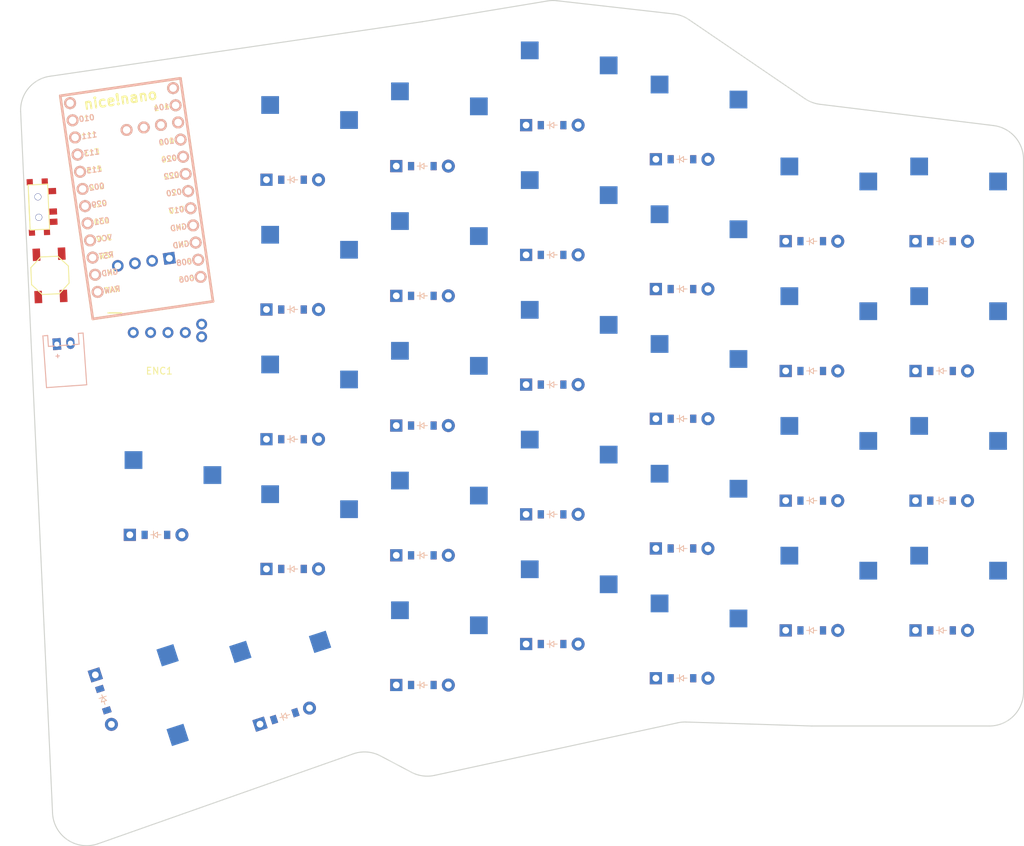
<source format=kicad_pcb>


(kicad_pcb (version 20171130) (host pcbnew 5.1.6)

  (page A3)
  (title_block
    (title "right")
    (rev "v1.0.0")
    (company "Unknown")
  )

  (general
    (thickness 1.6)
  )

  (layers
    (0 F.Cu signal)
    (31 B.Cu signal)
    (32 B.Adhes user)
    (33 F.Adhes user)
    (34 B.Paste user)
    (35 F.Paste user)
    (36 B.SilkS user)
    (37 F.SilkS user)
    (38 B.Mask user)
    (39 F.Mask user)
    (40 Dwgs.User user)
    (41 Cmts.User user)
    (42 Eco1.User user)
    (43 Eco2.User user)
    (44 Edge.Cuts user)
    (45 Margin user)
    (46 B.CrtYd user)
    (47 F.CrtYd user)
    (48 B.Fab user)
    (49 F.Fab user)
  )

  (setup
    (last_trace_width 0.25)
    (trace_clearance 0.2)
    (zone_clearance 0.508)
    (zone_45_only no)
    (trace_min 0.2)
    (via_size 0.8)
    (via_drill 0.4)
    (via_min_size 0.4)
    (via_min_drill 0.3)
    (uvia_size 0.3)
    (uvia_drill 0.1)
    (uvias_allowed no)
    (uvia_min_size 0.2)
    (uvia_min_drill 0.1)
    (edge_width 0.05)
    (segment_width 0.2)
    (pcb_text_width 0.3)
    (pcb_text_size 1.5 1.5)
    (mod_edge_width 0.12)
    (mod_text_size 1 1)
    (mod_text_width 0.15)
    (pad_size 1.524 1.524)
    (pad_drill 0.762)
    (pad_to_mask_clearance 0.05)
    (aux_axis_origin 0 0)
    (visible_elements FFFFFF7F)
    (pcbplotparams
      (layerselection 0x010fc_ffffffff)
      (usegerberextensions false)
      (usegerberattributes true)
      (usegerberadvancedattributes true)
      (creategerberjobfile true)
      (excludeedgelayer true)
      (linewidth 0.100000)
      (plotframeref false)
      (viasonmask false)
      (mode 1)
      (useauxorigin false)
      (hpglpennumber 1)
      (hpglpenspeed 20)
      (hpglpendiameter 15.000000)
      (psnegative false)
      (psa4output false)
      (plotreference true)
      (plotvalue true)
      (plotinvisibletext false)
      (padsonsilk false)
      (subtractmaskfromsilk false)
      (outputformat 1)
      (mirror false)
      (drillshape 1)
      (scaleselection 1)
      (outputdirectory ""))
  )

  (net 0 "")
(net 1 "P115")
(net 2 "mirror_outer_bottom")
(net 3 "mirror_outer_home")
(net 4 "mirror_outer_top")
(net 5 "mirror_outer_num")
(net 6 "P113")
(net 7 "mirror_pinky_bottom")
(net 8 "mirror_pinky_home")
(net 9 "mirror_pinky_top")
(net 10 "mirror_pinky_num")
(net 11 "P111")
(net 12 "mirror_ring_mod")
(net 13 "mirror_ring_bottom")
(net 14 "mirror_ring_home")
(net 15 "mirror_ring_top")
(net 16 "mirror_ring_num")
(net 17 "P010")
(net 18 "mirror_middle_mod")
(net 19 "mirror_middle_bottom")
(net 20 "mirror_middle_home")
(net 21 "mirror_middle_top")
(net 22 "mirror_middle_num")
(net 23 "P009")
(net 24 "mirror_index_mod")
(net 25 "mirror_index_bottom")
(net 26 "mirror_index_home")
(net 27 "mirror_index_top")
(net 28 "mirror_index_num")
(net 29 "P011")
(net 30 "mirror_inner_bottom")
(net 31 "mirror_inner_home")
(net 32 "mirror_inner_top")
(net 33 "mirror_inner_num")
(net 34 "P104")
(net 35 "mirror_inner_mod_home")
(net 36 "mirror_home_cluster")
(net 37 "mirror_far_cluster")
(net 38 "P020")
(net 39 "P017")
(net 40 "P008")
(net 41 "P006")
(net 42 "P022")
(net 43 "RAW")
(net 44 "GND")
(net 45 "RST")
(net 46 "VCC")
(net 47 "P031")
(net 48 "P029")
(net 49 "P002")
(net 50 "P024")
(net 51 "P100")
(net 52 "P106")
(net 53 "P101")
(net 54 "P102")
(net 55 "P107")
(net 56 "pos")
(net 57 "S2")
(net 58 "D")

  (net_class Default "This is the default net class."
    (clearance 0.2)
    (trace_width 0.25)
    (via_dia 0.8)
    (via_drill 0.4)
    (uvia_dia 0.3)
    (uvia_drill 0.1)
    (add_net "")
(add_net "P115")
(add_net "mirror_outer_bottom")
(add_net "mirror_outer_home")
(add_net "mirror_outer_top")
(add_net "mirror_outer_num")
(add_net "P113")
(add_net "mirror_pinky_bottom")
(add_net "mirror_pinky_home")
(add_net "mirror_pinky_top")
(add_net "mirror_pinky_num")
(add_net "P111")
(add_net "mirror_ring_mod")
(add_net "mirror_ring_bottom")
(add_net "mirror_ring_home")
(add_net "mirror_ring_top")
(add_net "mirror_ring_num")
(add_net "P010")
(add_net "mirror_middle_mod")
(add_net "mirror_middle_bottom")
(add_net "mirror_middle_home")
(add_net "mirror_middle_top")
(add_net "mirror_middle_num")
(add_net "P009")
(add_net "mirror_index_mod")
(add_net "mirror_index_bottom")
(add_net "mirror_index_home")
(add_net "mirror_index_top")
(add_net "mirror_index_num")
(add_net "P011")
(add_net "mirror_inner_bottom")
(add_net "mirror_inner_home")
(add_net "mirror_inner_top")
(add_net "mirror_inner_num")
(add_net "P104")
(add_net "mirror_inner_mod_home")
(add_net "mirror_home_cluster")
(add_net "mirror_far_cluster")
(add_net "P020")
(add_net "P017")
(add_net "P008")
(add_net "P006")
(add_net "P022")
(add_net "RAW")
(add_net "GND")
(add_net "RST")
(add_net "VCC")
(add_net "P031")
(add_net "P029")
(add_net "P002")
(add_net "P024")
(add_net "P100")
(add_net "P106")
(add_net "P101")
(add_net "P102")
(add_net "P107")
(add_net "pos")
(add_net "S2")
(add_net "D")
  )

  
        
      (module PG1350 (layer F.Cu) (tedit 5DD50112)
      (at 290 -19 0)

      
      (fp_text reference "S1" (at 0 0) (layer F.SilkS) hide (effects (font (size 1.27 1.27) (thickness 0.15))))
      (fp_text value "" (at 0 0) (layer F.SilkS) hide (effects (font (size 1.27 1.27) (thickness 0.15))))

      
      (fp_line (start -7 -6) (end -7 -7) (layer Dwgs.User) (width 0.15))
      (fp_line (start -7 7) (end -6 7) (layer Dwgs.User) (width 0.15))
      (fp_line (start -6 -7) (end -7 -7) (layer Dwgs.User) (width 0.15))
      (fp_line (start -7 7) (end -7 6) (layer Dwgs.User) (width 0.15))
      (fp_line (start 7 6) (end 7 7) (layer Dwgs.User) (width 0.15))
      (fp_line (start 7 -7) (end 6 -7) (layer Dwgs.User) (width 0.15))
      (fp_line (start 6 7) (end 7 7) (layer Dwgs.User) (width 0.15))
      (fp_line (start 7 -7) (end 7 -6) (layer Dwgs.User) (width 0.15))      
      
      
      (pad "" np_thru_hole circle (at 0 0) (size 3.429 3.429) (drill 3.429) (layers *.Cu *.Mask))
        
      
      (pad "" np_thru_hole circle (at 5.5 0) (size 1.7018 1.7018) (drill 1.7018) (layers *.Cu *.Mask))
      (pad "" np_thru_hole circle (at -5.5 0) (size 1.7018 1.7018) (drill 1.7018) (layers *.Cu *.Mask))
      
        
        
          
          (pad "" np_thru_hole circle (at 5 -3.75) (size 3 3) (drill 3) (layers *.Cu *.Mask))
          (pad "" np_thru_hole circle (at 0 -5.95) (size 3 3) (drill 3) (layers *.Cu *.Mask))
      
          
          (pad 1 smd rect (at -3.275 -5.95 0) (size 2.6 2.6) (layers B.Cu B.Paste B.Mask)  (net 1 "P115"))
          (pad 2 smd rect (at 8.275 -3.75 0) (size 2.6 2.6) (layers B.Cu B.Paste B.Mask)  (net 2 "mirror_outer_bottom"))
        )
        

        
      (module PG1350 (layer F.Cu) (tedit 5DD50112)
      (at 290 -38 0)

      
      (fp_text reference "S2" (at 0 0) (layer F.SilkS) hide (effects (font (size 1.27 1.27) (thickness 0.15))))
      (fp_text value "" (at 0 0) (layer F.SilkS) hide (effects (font (size 1.27 1.27) (thickness 0.15))))

      
      (fp_line (start -7 -6) (end -7 -7) (layer Dwgs.User) (width 0.15))
      (fp_line (start -7 7) (end -6 7) (layer Dwgs.User) (width 0.15))
      (fp_line (start -6 -7) (end -7 -7) (layer Dwgs.User) (width 0.15))
      (fp_line (start -7 7) (end -7 6) (layer Dwgs.User) (width 0.15))
      (fp_line (start 7 6) (end 7 7) (layer Dwgs.User) (width 0.15))
      (fp_line (start 7 -7) (end 6 -7) (layer Dwgs.User) (width 0.15))
      (fp_line (start 6 7) (end 7 7) (layer Dwgs.User) (width 0.15))
      (fp_line (start 7 -7) (end 7 -6) (layer Dwgs.User) (width 0.15))      
      
      
      (pad "" np_thru_hole circle (at 0 0) (size 3.429 3.429) (drill 3.429) (layers *.Cu *.Mask))
        
      
      (pad "" np_thru_hole circle (at 5.5 0) (size 1.7018 1.7018) (drill 1.7018) (layers *.Cu *.Mask))
      (pad "" np_thru_hole circle (at -5.5 0) (size 1.7018 1.7018) (drill 1.7018) (layers *.Cu *.Mask))
      
        
        
          
          (pad "" np_thru_hole circle (at 5 -3.75) (size 3 3) (drill 3) (layers *.Cu *.Mask))
          (pad "" np_thru_hole circle (at 0 -5.95) (size 3 3) (drill 3) (layers *.Cu *.Mask))
      
          
          (pad 1 smd rect (at -3.275 -5.95 0) (size 2.6 2.6) (layers B.Cu B.Paste B.Mask)  (net 1 "P115"))
          (pad 2 smd rect (at 8.275 -3.75 0) (size 2.6 2.6) (layers B.Cu B.Paste B.Mask)  (net 3 "mirror_outer_home"))
        )
        

        
      (module PG1350 (layer F.Cu) (tedit 5DD50112)
      (at 290 -57 0)

      
      (fp_text reference "S3" (at 0 0) (layer F.SilkS) hide (effects (font (size 1.27 1.27) (thickness 0.15))))
      (fp_text value "" (at 0 0) (layer F.SilkS) hide (effects (font (size 1.27 1.27) (thickness 0.15))))

      
      (fp_line (start -7 -6) (end -7 -7) (layer Dwgs.User) (width 0.15))
      (fp_line (start -7 7) (end -6 7) (layer Dwgs.User) (width 0.15))
      (fp_line (start -6 -7) (end -7 -7) (layer Dwgs.User) (width 0.15))
      (fp_line (start -7 7) (end -7 6) (layer Dwgs.User) (width 0.15))
      (fp_line (start 7 6) (end 7 7) (layer Dwgs.User) (width 0.15))
      (fp_line (start 7 -7) (end 6 -7) (layer Dwgs.User) (width 0.15))
      (fp_line (start 6 7) (end 7 7) (layer Dwgs.User) (width 0.15))
      (fp_line (start 7 -7) (end 7 -6) (layer Dwgs.User) (width 0.15))      
      
      
      (pad "" np_thru_hole circle (at 0 0) (size 3.429 3.429) (drill 3.429) (layers *.Cu *.Mask))
        
      
      (pad "" np_thru_hole circle (at 5.5 0) (size 1.7018 1.7018) (drill 1.7018) (layers *.Cu *.Mask))
      (pad "" np_thru_hole circle (at -5.5 0) (size 1.7018 1.7018) (drill 1.7018) (layers *.Cu *.Mask))
      
        
        
          
          (pad "" np_thru_hole circle (at 5 -3.75) (size 3 3) (drill 3) (layers *.Cu *.Mask))
          (pad "" np_thru_hole circle (at 0 -5.95) (size 3 3) (drill 3) (layers *.Cu *.Mask))
      
          
          (pad 1 smd rect (at -3.275 -5.95 0) (size 2.6 2.6) (layers B.Cu B.Paste B.Mask)  (net 1 "P115"))
          (pad 2 smd rect (at 8.275 -3.75 0) (size 2.6 2.6) (layers B.Cu B.Paste B.Mask)  (net 4 "mirror_outer_top"))
        )
        

        
      (module PG1350 (layer F.Cu) (tedit 5DD50112)
      (at 290 -76 0)

      
      (fp_text reference "S4" (at 0 0) (layer F.SilkS) hide (effects (font (size 1.27 1.27) (thickness 0.15))))
      (fp_text value "" (at 0 0) (layer F.SilkS) hide (effects (font (size 1.27 1.27) (thickness 0.15))))

      
      (fp_line (start -7 -6) (end -7 -7) (layer Dwgs.User) (width 0.15))
      (fp_line (start -7 7) (end -6 7) (layer Dwgs.User) (width 0.15))
      (fp_line (start -6 -7) (end -7 -7) (layer Dwgs.User) (width 0.15))
      (fp_line (start -7 7) (end -7 6) (layer Dwgs.User) (width 0.15))
      (fp_line (start 7 6) (end 7 7) (layer Dwgs.User) (width 0.15))
      (fp_line (start 7 -7) (end 6 -7) (layer Dwgs.User) (width 0.15))
      (fp_line (start 6 7) (end 7 7) (layer Dwgs.User) (width 0.15))
      (fp_line (start 7 -7) (end 7 -6) (layer Dwgs.User) (width 0.15))      
      
      
      (pad "" np_thru_hole circle (at 0 0) (size 3.429 3.429) (drill 3.429) (layers *.Cu *.Mask))
        
      
      (pad "" np_thru_hole circle (at 5.5 0) (size 1.7018 1.7018) (drill 1.7018) (layers *.Cu *.Mask))
      (pad "" np_thru_hole circle (at -5.5 0) (size 1.7018 1.7018) (drill 1.7018) (layers *.Cu *.Mask))
      
        
        
          
          (pad "" np_thru_hole circle (at 5 -3.75) (size 3 3) (drill 3) (layers *.Cu *.Mask))
          (pad "" np_thru_hole circle (at 0 -5.95) (size 3 3) (drill 3) (layers *.Cu *.Mask))
      
          
          (pad 1 smd rect (at -3.275 -5.95 0) (size 2.6 2.6) (layers B.Cu B.Paste B.Mask)  (net 1 "P115"))
          (pad 2 smd rect (at 8.275 -3.75 0) (size 2.6 2.6) (layers B.Cu B.Paste B.Mask)  (net 5 "mirror_outer_num"))
        )
        

        
      (module PG1350 (layer F.Cu) (tedit 5DD50112)
      (at 271 -19 0)

      
      (fp_text reference "S5" (at 0 0) (layer F.SilkS) hide (effects (font (size 1.27 1.27) (thickness 0.15))))
      (fp_text value "" (at 0 0) (layer F.SilkS) hide (effects (font (size 1.27 1.27) (thickness 0.15))))

      
      (fp_line (start -7 -6) (end -7 -7) (layer Dwgs.User) (width 0.15))
      (fp_line (start -7 7) (end -6 7) (layer Dwgs.User) (width 0.15))
      (fp_line (start -6 -7) (end -7 -7) (layer Dwgs.User) (width 0.15))
      (fp_line (start -7 7) (end -7 6) (layer Dwgs.User) (width 0.15))
      (fp_line (start 7 6) (end 7 7) (layer Dwgs.User) (width 0.15))
      (fp_line (start 7 -7) (end 6 -7) (layer Dwgs.User) (width 0.15))
      (fp_line (start 6 7) (end 7 7) (layer Dwgs.User) (width 0.15))
      (fp_line (start 7 -7) (end 7 -6) (layer Dwgs.User) (width 0.15))      
      
      
      (pad "" np_thru_hole circle (at 0 0) (size 3.429 3.429) (drill 3.429) (layers *.Cu *.Mask))
        
      
      (pad "" np_thru_hole circle (at 5.5 0) (size 1.7018 1.7018) (drill 1.7018) (layers *.Cu *.Mask))
      (pad "" np_thru_hole circle (at -5.5 0) (size 1.7018 1.7018) (drill 1.7018) (layers *.Cu *.Mask))
      
        
        
          
          (pad "" np_thru_hole circle (at 5 -3.75) (size 3 3) (drill 3) (layers *.Cu *.Mask))
          (pad "" np_thru_hole circle (at 0 -5.95) (size 3 3) (drill 3) (layers *.Cu *.Mask))
      
          
          (pad 1 smd rect (at -3.275 -5.95 0) (size 2.6 2.6) (layers B.Cu B.Paste B.Mask)  (net 6 "P113"))
          (pad 2 smd rect (at 8.275 -3.75 0) (size 2.6 2.6) (layers B.Cu B.Paste B.Mask)  (net 7 "mirror_pinky_bottom"))
        )
        

        
      (module PG1350 (layer F.Cu) (tedit 5DD50112)
      (at 271 -38 0)

      
      (fp_text reference "S6" (at 0 0) (layer F.SilkS) hide (effects (font (size 1.27 1.27) (thickness 0.15))))
      (fp_text value "" (at 0 0) (layer F.SilkS) hide (effects (font (size 1.27 1.27) (thickness 0.15))))

      
      (fp_line (start -7 -6) (end -7 -7) (layer Dwgs.User) (width 0.15))
      (fp_line (start -7 7) (end -6 7) (layer Dwgs.User) (width 0.15))
      (fp_line (start -6 -7) (end -7 -7) (layer Dwgs.User) (width 0.15))
      (fp_line (start -7 7) (end -7 6) (layer Dwgs.User) (width 0.15))
      (fp_line (start 7 6) (end 7 7) (layer Dwgs.User) (width 0.15))
      (fp_line (start 7 -7) (end 6 -7) (layer Dwgs.User) (width 0.15))
      (fp_line (start 6 7) (end 7 7) (layer Dwgs.User) (width 0.15))
      (fp_line (start 7 -7) (end 7 -6) (layer Dwgs.User) (width 0.15))      
      
      
      (pad "" np_thru_hole circle (at 0 0) (size 3.429 3.429) (drill 3.429) (layers *.Cu *.Mask))
        
      
      (pad "" np_thru_hole circle (at 5.5 0) (size 1.7018 1.7018) (drill 1.7018) (layers *.Cu *.Mask))
      (pad "" np_thru_hole circle (at -5.5 0) (size 1.7018 1.7018) (drill 1.7018) (layers *.Cu *.Mask))
      
        
        
          
          (pad "" np_thru_hole circle (at 5 -3.75) (size 3 3) (drill 3) (layers *.Cu *.Mask))
          (pad "" np_thru_hole circle (at 0 -5.95) (size 3 3) (drill 3) (layers *.Cu *.Mask))
      
          
          (pad 1 smd rect (at -3.275 -5.95 0) (size 2.6 2.6) (layers B.Cu B.Paste B.Mask)  (net 6 "P113"))
          (pad 2 smd rect (at 8.275 -3.75 0) (size 2.6 2.6) (layers B.Cu B.Paste B.Mask)  (net 8 "mirror_pinky_home"))
        )
        

        
      (module PG1350 (layer F.Cu) (tedit 5DD50112)
      (at 271 -57 0)

      
      (fp_text reference "S7" (at 0 0) (layer F.SilkS) hide (effects (font (size 1.27 1.27) (thickness 0.15))))
      (fp_text value "" (at 0 0) (layer F.SilkS) hide (effects (font (size 1.27 1.27) (thickness 0.15))))

      
      (fp_line (start -7 -6) (end -7 -7) (layer Dwgs.User) (width 0.15))
      (fp_line (start -7 7) (end -6 7) (layer Dwgs.User) (width 0.15))
      (fp_line (start -6 -7) (end -7 -7) (layer Dwgs.User) (width 0.15))
      (fp_line (start -7 7) (end -7 6) (layer Dwgs.User) (width 0.15))
      (fp_line (start 7 6) (end 7 7) (layer Dwgs.User) (width 0.15))
      (fp_line (start 7 -7) (end 6 -7) (layer Dwgs.User) (width 0.15))
      (fp_line (start 6 7) (end 7 7) (layer Dwgs.User) (width 0.15))
      (fp_line (start 7 -7) (end 7 -6) (layer Dwgs.User) (width 0.15))      
      
      
      (pad "" np_thru_hole circle (at 0 0) (size 3.429 3.429) (drill 3.429) (layers *.Cu *.Mask))
        
      
      (pad "" np_thru_hole circle (at 5.5 0) (size 1.7018 1.7018) (drill 1.7018) (layers *.Cu *.Mask))
      (pad "" np_thru_hole circle (at -5.5 0) (size 1.7018 1.7018) (drill 1.7018) (layers *.Cu *.Mask))
      
        
        
          
          (pad "" np_thru_hole circle (at 5 -3.75) (size 3 3) (drill 3) (layers *.Cu *.Mask))
          (pad "" np_thru_hole circle (at 0 -5.95) (size 3 3) (drill 3) (layers *.Cu *.Mask))
      
          
          (pad 1 smd rect (at -3.275 -5.95 0) (size 2.6 2.6) (layers B.Cu B.Paste B.Mask)  (net 6 "P113"))
          (pad 2 smd rect (at 8.275 -3.75 0) (size 2.6 2.6) (layers B.Cu B.Paste B.Mask)  (net 9 "mirror_pinky_top"))
        )
        

        
      (module PG1350 (layer F.Cu) (tedit 5DD50112)
      (at 271 -76 0)

      
      (fp_text reference "S8" (at 0 0) (layer F.SilkS) hide (effects (font (size 1.27 1.27) (thickness 0.15))))
      (fp_text value "" (at 0 0) (layer F.SilkS) hide (effects (font (size 1.27 1.27) (thickness 0.15))))

      
      (fp_line (start -7 -6) (end -7 -7) (layer Dwgs.User) (width 0.15))
      (fp_line (start -7 7) (end -6 7) (layer Dwgs.User) (width 0.15))
      (fp_line (start -6 -7) (end -7 -7) (layer Dwgs.User) (width 0.15))
      (fp_line (start -7 7) (end -7 6) (layer Dwgs.User) (width 0.15))
      (fp_line (start 7 6) (end 7 7) (layer Dwgs.User) (width 0.15))
      (fp_line (start 7 -7) (end 6 -7) (layer Dwgs.User) (width 0.15))
      (fp_line (start 6 7) (end 7 7) (layer Dwgs.User) (width 0.15))
      (fp_line (start 7 -7) (end 7 -6) (layer Dwgs.User) (width 0.15))      
      
      
      (pad "" np_thru_hole circle (at 0 0) (size 3.429 3.429) (drill 3.429) (layers *.Cu *.Mask))
        
      
      (pad "" np_thru_hole circle (at 5.5 0) (size 1.7018 1.7018) (drill 1.7018) (layers *.Cu *.Mask))
      (pad "" np_thru_hole circle (at -5.5 0) (size 1.7018 1.7018) (drill 1.7018) (layers *.Cu *.Mask))
      
        
        
          
          (pad "" np_thru_hole circle (at 5 -3.75) (size 3 3) (drill 3) (layers *.Cu *.Mask))
          (pad "" np_thru_hole circle (at 0 -5.95) (size 3 3) (drill 3) (layers *.Cu *.Mask))
      
          
          (pad 1 smd rect (at -3.275 -5.95 0) (size 2.6 2.6) (layers B.Cu B.Paste B.Mask)  (net 6 "P113"))
          (pad 2 smd rect (at 8.275 -3.75 0) (size 2.6 2.6) (layers B.Cu B.Paste B.Mask)  (net 10 "mirror_pinky_num"))
        )
        

        
      (module PG1350 (layer F.Cu) (tedit 5DD50112)
      (at 252 -12 0)

      
      (fp_text reference "S9" (at 0 0) (layer F.SilkS) hide (effects (font (size 1.27 1.27) (thickness 0.15))))
      (fp_text value "" (at 0 0) (layer F.SilkS) hide (effects (font (size 1.27 1.27) (thickness 0.15))))

      
      (fp_line (start -7 -6) (end -7 -7) (layer Dwgs.User) (width 0.15))
      (fp_line (start -7 7) (end -6 7) (layer Dwgs.User) (width 0.15))
      (fp_line (start -6 -7) (end -7 -7) (layer Dwgs.User) (width 0.15))
      (fp_line (start -7 7) (end -7 6) (layer Dwgs.User) (width 0.15))
      (fp_line (start 7 6) (end 7 7) (layer Dwgs.User) (width 0.15))
      (fp_line (start 7 -7) (end 6 -7) (layer Dwgs.User) (width 0.15))
      (fp_line (start 6 7) (end 7 7) (layer Dwgs.User) (width 0.15))
      (fp_line (start 7 -7) (end 7 -6) (layer Dwgs.User) (width 0.15))      
      
      
      (pad "" np_thru_hole circle (at 0 0) (size 3.429 3.429) (drill 3.429) (layers *.Cu *.Mask))
        
      
      (pad "" np_thru_hole circle (at 5.5 0) (size 1.7018 1.7018) (drill 1.7018) (layers *.Cu *.Mask))
      (pad "" np_thru_hole circle (at -5.5 0) (size 1.7018 1.7018) (drill 1.7018) (layers *.Cu *.Mask))
      
        
        
          
          (pad "" np_thru_hole circle (at 5 -3.75) (size 3 3) (drill 3) (layers *.Cu *.Mask))
          (pad "" np_thru_hole circle (at 0 -5.95) (size 3 3) (drill 3) (layers *.Cu *.Mask))
      
          
          (pad 1 smd rect (at -3.275 -5.95 0) (size 2.6 2.6) (layers B.Cu B.Paste B.Mask)  (net 11 "P111"))
          (pad 2 smd rect (at 8.275 -3.75 0) (size 2.6 2.6) (layers B.Cu B.Paste B.Mask)  (net 12 "mirror_ring_mod"))
        )
        

        
      (module PG1350 (layer F.Cu) (tedit 5DD50112)
      (at 252 -31 0)

      
      (fp_text reference "S10" (at 0 0) (layer F.SilkS) hide (effects (font (size 1.27 1.27) (thickness 0.15))))
      (fp_text value "" (at 0 0) (layer F.SilkS) hide (effects (font (size 1.27 1.27) (thickness 0.15))))

      
      (fp_line (start -7 -6) (end -7 -7) (layer Dwgs.User) (width 0.15))
      (fp_line (start -7 7) (end -6 7) (layer Dwgs.User) (width 0.15))
      (fp_line (start -6 -7) (end -7 -7) (layer Dwgs.User) (width 0.15))
      (fp_line (start -7 7) (end -7 6) (layer Dwgs.User) (width 0.15))
      (fp_line (start 7 6) (end 7 7) (layer Dwgs.User) (width 0.15))
      (fp_line (start 7 -7) (end 6 -7) (layer Dwgs.User) (width 0.15))
      (fp_line (start 6 7) (end 7 7) (layer Dwgs.User) (width 0.15))
      (fp_line (start 7 -7) (end 7 -6) (layer Dwgs.User) (width 0.15))      
      
      
      (pad "" np_thru_hole circle (at 0 0) (size 3.429 3.429) (drill 3.429) (layers *.Cu *.Mask))
        
      
      (pad "" np_thru_hole circle (at 5.5 0) (size 1.7018 1.7018) (drill 1.7018) (layers *.Cu *.Mask))
      (pad "" np_thru_hole circle (at -5.5 0) (size 1.7018 1.7018) (drill 1.7018) (layers *.Cu *.Mask))
      
        
        
          
          (pad "" np_thru_hole circle (at 5 -3.75) (size 3 3) (drill 3) (layers *.Cu *.Mask))
          (pad "" np_thru_hole circle (at 0 -5.95) (size 3 3) (drill 3) (layers *.Cu *.Mask))
      
          
          (pad 1 smd rect (at -3.275 -5.95 0) (size 2.6 2.6) (layers B.Cu B.Paste B.Mask)  (net 11 "P111"))
          (pad 2 smd rect (at 8.275 -3.75 0) (size 2.6 2.6) (layers B.Cu B.Paste B.Mask)  (net 13 "mirror_ring_bottom"))
        )
        

        
      (module PG1350 (layer F.Cu) (tedit 5DD50112)
      (at 252 -50 0)

      
      (fp_text reference "S11" (at 0 0) (layer F.SilkS) hide (effects (font (size 1.27 1.27) (thickness 0.15))))
      (fp_text value "" (at 0 0) (layer F.SilkS) hide (effects (font (size 1.27 1.27) (thickness 0.15))))

      
      (fp_line (start -7 -6) (end -7 -7) (layer Dwgs.User) (width 0.15))
      (fp_line (start -7 7) (end -6 7) (layer Dwgs.User) (width 0.15))
      (fp_line (start -6 -7) (end -7 -7) (layer Dwgs.User) (width 0.15))
      (fp_line (start -7 7) (end -7 6) (layer Dwgs.User) (width 0.15))
      (fp_line (start 7 6) (end 7 7) (layer Dwgs.User) (width 0.15))
      (fp_line (start 7 -7) (end 6 -7) (layer Dwgs.User) (width 0.15))
      (fp_line (start 6 7) (end 7 7) (layer Dwgs.User) (width 0.15))
      (fp_line (start 7 -7) (end 7 -6) (layer Dwgs.User) (width 0.15))      
      
      
      (pad "" np_thru_hole circle (at 0 0) (size 3.429 3.429) (drill 3.429) (layers *.Cu *.Mask))
        
      
      (pad "" np_thru_hole circle (at 5.5 0) (size 1.7018 1.7018) (drill 1.7018) (layers *.Cu *.Mask))
      (pad "" np_thru_hole circle (at -5.5 0) (size 1.7018 1.7018) (drill 1.7018) (layers *.Cu *.Mask))
      
        
        
          
          (pad "" np_thru_hole circle (at 5 -3.75) (size 3 3) (drill 3) (layers *.Cu *.Mask))
          (pad "" np_thru_hole circle (at 0 -5.95) (size 3 3) (drill 3) (layers *.Cu *.Mask))
      
          
          (pad 1 smd rect (at -3.275 -5.95 0) (size 2.6 2.6) (layers B.Cu B.Paste B.Mask)  (net 11 "P111"))
          (pad 2 smd rect (at 8.275 -3.75 0) (size 2.6 2.6) (layers B.Cu B.Paste B.Mask)  (net 14 "mirror_ring_home"))
        )
        

        
      (module PG1350 (layer F.Cu) (tedit 5DD50112)
      (at 252 -69 0)

      
      (fp_text reference "S12" (at 0 0) (layer F.SilkS) hide (effects (font (size 1.27 1.27) (thickness 0.15))))
      (fp_text value "" (at 0 0) (layer F.SilkS) hide (effects (font (size 1.27 1.27) (thickness 0.15))))

      
      (fp_line (start -7 -6) (end -7 -7) (layer Dwgs.User) (width 0.15))
      (fp_line (start -7 7) (end -6 7) (layer Dwgs.User) (width 0.15))
      (fp_line (start -6 -7) (end -7 -7) (layer Dwgs.User) (width 0.15))
      (fp_line (start -7 7) (end -7 6) (layer Dwgs.User) (width 0.15))
      (fp_line (start 7 6) (end 7 7) (layer Dwgs.User) (width 0.15))
      (fp_line (start 7 -7) (end 6 -7) (layer Dwgs.User) (width 0.15))
      (fp_line (start 6 7) (end 7 7) (layer Dwgs.User) (width 0.15))
      (fp_line (start 7 -7) (end 7 -6) (layer Dwgs.User) (width 0.15))      
      
      
      (pad "" np_thru_hole circle (at 0 0) (size 3.429 3.429) (drill 3.429) (layers *.Cu *.Mask))
        
      
      (pad "" np_thru_hole circle (at 5.5 0) (size 1.7018 1.7018) (drill 1.7018) (layers *.Cu *.Mask))
      (pad "" np_thru_hole circle (at -5.5 0) (size 1.7018 1.7018) (drill 1.7018) (layers *.Cu *.Mask))
      
        
        
          
          (pad "" np_thru_hole circle (at 5 -3.75) (size 3 3) (drill 3) (layers *.Cu *.Mask))
          (pad "" np_thru_hole circle (at 0 -5.95) (size 3 3) (drill 3) (layers *.Cu *.Mask))
      
          
          (pad 1 smd rect (at -3.275 -5.95 0) (size 2.6 2.6) (layers B.Cu B.Paste B.Mask)  (net 11 "P111"))
          (pad 2 smd rect (at 8.275 -3.75 0) (size 2.6 2.6) (layers B.Cu B.Paste B.Mask)  (net 15 "mirror_ring_top"))
        )
        

        
      (module PG1350 (layer F.Cu) (tedit 5DD50112)
      (at 252 -88 0)

      
      (fp_text reference "S13" (at 0 0) (layer F.SilkS) hide (effects (font (size 1.27 1.27) (thickness 0.15))))
      (fp_text value "" (at 0 0) (layer F.SilkS) hide (effects (font (size 1.27 1.27) (thickness 0.15))))

      
      (fp_line (start -7 -6) (end -7 -7) (layer Dwgs.User) (width 0.15))
      (fp_line (start -7 7) (end -6 7) (layer Dwgs.User) (width 0.15))
      (fp_line (start -6 -7) (end -7 -7) (layer Dwgs.User) (width 0.15))
      (fp_line (start -7 7) (end -7 6) (layer Dwgs.User) (width 0.15))
      (fp_line (start 7 6) (end 7 7) (layer Dwgs.User) (width 0.15))
      (fp_line (start 7 -7) (end 6 -7) (layer Dwgs.User) (width 0.15))
      (fp_line (start 6 7) (end 7 7) (layer Dwgs.User) (width 0.15))
      (fp_line (start 7 -7) (end 7 -6) (layer Dwgs.User) (width 0.15))      
      
      
      (pad "" np_thru_hole circle (at 0 0) (size 3.429 3.429) (drill 3.429) (layers *.Cu *.Mask))
        
      
      (pad "" np_thru_hole circle (at 5.5 0) (size 1.7018 1.7018) (drill 1.7018) (layers *.Cu *.Mask))
      (pad "" np_thru_hole circle (at -5.5 0) (size 1.7018 1.7018) (drill 1.7018) (layers *.Cu *.Mask))
      
        
        
          
          (pad "" np_thru_hole circle (at 5 -3.75) (size 3 3) (drill 3) (layers *.Cu *.Mask))
          (pad "" np_thru_hole circle (at 0 -5.95) (size 3 3) (drill 3) (layers *.Cu *.Mask))
      
          
          (pad 1 smd rect (at -3.275 -5.95 0) (size 2.6 2.6) (layers B.Cu B.Paste B.Mask)  (net 11 "P111"))
          (pad 2 smd rect (at 8.275 -3.75 0) (size 2.6 2.6) (layers B.Cu B.Paste B.Mask)  (net 16 "mirror_ring_num"))
        )
        

        
      (module PG1350 (layer F.Cu) (tedit 5DD50112)
      (at 233 -17 0)

      
      (fp_text reference "S14" (at 0 0) (layer F.SilkS) hide (effects (font (size 1.27 1.27) (thickness 0.15))))
      (fp_text value "" (at 0 0) (layer F.SilkS) hide (effects (font (size 1.27 1.27) (thickness 0.15))))

      
      (fp_line (start -7 -6) (end -7 -7) (layer Dwgs.User) (width 0.15))
      (fp_line (start -7 7) (end -6 7) (layer Dwgs.User) (width 0.15))
      (fp_line (start -6 -7) (end -7 -7) (layer Dwgs.User) (width 0.15))
      (fp_line (start -7 7) (end -7 6) (layer Dwgs.User) (width 0.15))
      (fp_line (start 7 6) (end 7 7) (layer Dwgs.User) (width 0.15))
      (fp_line (start 7 -7) (end 6 -7) (layer Dwgs.User) (width 0.15))
      (fp_line (start 6 7) (end 7 7) (layer Dwgs.User) (width 0.15))
      (fp_line (start 7 -7) (end 7 -6) (layer Dwgs.User) (width 0.15))      
      
      
      (pad "" np_thru_hole circle (at 0 0) (size 3.429 3.429) (drill 3.429) (layers *.Cu *.Mask))
        
      
      (pad "" np_thru_hole circle (at 5.5 0) (size 1.7018 1.7018) (drill 1.7018) (layers *.Cu *.Mask))
      (pad "" np_thru_hole circle (at -5.5 0) (size 1.7018 1.7018) (drill 1.7018) (layers *.Cu *.Mask))
      
        
        
          
          (pad "" np_thru_hole circle (at 5 -3.75) (size 3 3) (drill 3) (layers *.Cu *.Mask))
          (pad "" np_thru_hole circle (at 0 -5.95) (size 3 3) (drill 3) (layers *.Cu *.Mask))
      
          
          (pad 1 smd rect (at -3.275 -5.95 0) (size 2.6 2.6) (layers B.Cu B.Paste B.Mask)  (net 17 "P010"))
          (pad 2 smd rect (at 8.275 -3.75 0) (size 2.6 2.6) (layers B.Cu B.Paste B.Mask)  (net 18 "mirror_middle_mod"))
        )
        

        
      (module PG1350 (layer F.Cu) (tedit 5DD50112)
      (at 233 -36 0)

      
      (fp_text reference "S15" (at 0 0) (layer F.SilkS) hide (effects (font (size 1.27 1.27) (thickness 0.15))))
      (fp_text value "" (at 0 0) (layer F.SilkS) hide (effects (font (size 1.27 1.27) (thickness 0.15))))

      
      (fp_line (start -7 -6) (end -7 -7) (layer Dwgs.User) (width 0.15))
      (fp_line (start -7 7) (end -6 7) (layer Dwgs.User) (width 0.15))
      (fp_line (start -6 -7) (end -7 -7) (layer Dwgs.User) (width 0.15))
      (fp_line (start -7 7) (end -7 6) (layer Dwgs.User) (width 0.15))
      (fp_line (start 7 6) (end 7 7) (layer Dwgs.User) (width 0.15))
      (fp_line (start 7 -7) (end 6 -7) (layer Dwgs.User) (width 0.15))
      (fp_line (start 6 7) (end 7 7) (layer Dwgs.User) (width 0.15))
      (fp_line (start 7 -7) (end 7 -6) (layer Dwgs.User) (width 0.15))      
      
      
      (pad "" np_thru_hole circle (at 0 0) (size 3.429 3.429) (drill 3.429) (layers *.Cu *.Mask))
        
      
      (pad "" np_thru_hole circle (at 5.5 0) (size 1.7018 1.7018) (drill 1.7018) (layers *.Cu *.Mask))
      (pad "" np_thru_hole circle (at -5.5 0) (size 1.7018 1.7018) (drill 1.7018) (layers *.Cu *.Mask))
      
        
        
          
          (pad "" np_thru_hole circle (at 5 -3.75) (size 3 3) (drill 3) (layers *.Cu *.Mask))
          (pad "" np_thru_hole circle (at 0 -5.95) (size 3 3) (drill 3) (layers *.Cu *.Mask))
      
          
          (pad 1 smd rect (at -3.275 -5.95 0) (size 2.6 2.6) (layers B.Cu B.Paste B.Mask)  (net 17 "P010"))
          (pad 2 smd rect (at 8.275 -3.75 0) (size 2.6 2.6) (layers B.Cu B.Paste B.Mask)  (net 19 "mirror_middle_bottom"))
        )
        

        
      (module PG1350 (layer F.Cu) (tedit 5DD50112)
      (at 233 -55 0)

      
      (fp_text reference "S16" (at 0 0) (layer F.SilkS) hide (effects (font (size 1.27 1.27) (thickness 0.15))))
      (fp_text value "" (at 0 0) (layer F.SilkS) hide (effects (font (size 1.27 1.27) (thickness 0.15))))

      
      (fp_line (start -7 -6) (end -7 -7) (layer Dwgs.User) (width 0.15))
      (fp_line (start -7 7) (end -6 7) (layer Dwgs.User) (width 0.15))
      (fp_line (start -6 -7) (end -7 -7) (layer Dwgs.User) (width 0.15))
      (fp_line (start -7 7) (end -7 6) (layer Dwgs.User) (width 0.15))
      (fp_line (start 7 6) (end 7 7) (layer Dwgs.User) (width 0.15))
      (fp_line (start 7 -7) (end 6 -7) (layer Dwgs.User) (width 0.15))
      (fp_line (start 6 7) (end 7 7) (layer Dwgs.User) (width 0.15))
      (fp_line (start 7 -7) (end 7 -6) (layer Dwgs.User) (width 0.15))      
      
      
      (pad "" np_thru_hole circle (at 0 0) (size 3.429 3.429) (drill 3.429) (layers *.Cu *.Mask))
        
      
      (pad "" np_thru_hole circle (at 5.5 0) (size 1.7018 1.7018) (drill 1.7018) (layers *.Cu *.Mask))
      (pad "" np_thru_hole circle (at -5.5 0) (size 1.7018 1.7018) (drill 1.7018) (layers *.Cu *.Mask))
      
        
        
          
          (pad "" np_thru_hole circle (at 5 -3.75) (size 3 3) (drill 3) (layers *.Cu *.Mask))
          (pad "" np_thru_hole circle (at 0 -5.95) (size 3 3) (drill 3) (layers *.Cu *.Mask))
      
          
          (pad 1 smd rect (at -3.275 -5.95 0) (size 2.6 2.6) (layers B.Cu B.Paste B.Mask)  (net 17 "P010"))
          (pad 2 smd rect (at 8.275 -3.75 0) (size 2.6 2.6) (layers B.Cu B.Paste B.Mask)  (net 20 "mirror_middle_home"))
        )
        

        
      (module PG1350 (layer F.Cu) (tedit 5DD50112)
      (at 233 -74 0)

      
      (fp_text reference "S17" (at 0 0) (layer F.SilkS) hide (effects (font (size 1.27 1.27) (thickness 0.15))))
      (fp_text value "" (at 0 0) (layer F.SilkS) hide (effects (font (size 1.27 1.27) (thickness 0.15))))

      
      (fp_line (start -7 -6) (end -7 -7) (layer Dwgs.User) (width 0.15))
      (fp_line (start -7 7) (end -6 7) (layer Dwgs.User) (width 0.15))
      (fp_line (start -6 -7) (end -7 -7) (layer Dwgs.User) (width 0.15))
      (fp_line (start -7 7) (end -7 6) (layer Dwgs.User) (width 0.15))
      (fp_line (start 7 6) (end 7 7) (layer Dwgs.User) (width 0.15))
      (fp_line (start 7 -7) (end 6 -7) (layer Dwgs.User) (width 0.15))
      (fp_line (start 6 7) (end 7 7) (layer Dwgs.User) (width 0.15))
      (fp_line (start 7 -7) (end 7 -6) (layer Dwgs.User) (width 0.15))      
      
      
      (pad "" np_thru_hole circle (at 0 0) (size 3.429 3.429) (drill 3.429) (layers *.Cu *.Mask))
        
      
      (pad "" np_thru_hole circle (at 5.5 0) (size 1.7018 1.7018) (drill 1.7018) (layers *.Cu *.Mask))
      (pad "" np_thru_hole circle (at -5.5 0) (size 1.7018 1.7018) (drill 1.7018) (layers *.Cu *.Mask))
      
        
        
          
          (pad "" np_thru_hole circle (at 5 -3.75) (size 3 3) (drill 3) (layers *.Cu *.Mask))
          (pad "" np_thru_hole circle (at 0 -5.95) (size 3 3) (drill 3) (layers *.Cu *.Mask))
      
          
          (pad 1 smd rect (at -3.275 -5.95 0) (size 2.6 2.6) (layers B.Cu B.Paste B.Mask)  (net 17 "P010"))
          (pad 2 smd rect (at 8.275 -3.75 0) (size 2.6 2.6) (layers B.Cu B.Paste B.Mask)  (net 21 "mirror_middle_top"))
        )
        

        
      (module PG1350 (layer F.Cu) (tedit 5DD50112)
      (at 233 -93 0)

      
      (fp_text reference "S18" (at 0 0) (layer F.SilkS) hide (effects (font (size 1.27 1.27) (thickness 0.15))))
      (fp_text value "" (at 0 0) (layer F.SilkS) hide (effects (font (size 1.27 1.27) (thickness 0.15))))

      
      (fp_line (start -7 -6) (end -7 -7) (layer Dwgs.User) (width 0.15))
      (fp_line (start -7 7) (end -6 7) (layer Dwgs.User) (width 0.15))
      (fp_line (start -6 -7) (end -7 -7) (layer Dwgs.User) (width 0.15))
      (fp_line (start -7 7) (end -7 6) (layer Dwgs.User) (width 0.15))
      (fp_line (start 7 6) (end 7 7) (layer Dwgs.User) (width 0.15))
      (fp_line (start 7 -7) (end 6 -7) (layer Dwgs.User) (width 0.15))
      (fp_line (start 6 7) (end 7 7) (layer Dwgs.User) (width 0.15))
      (fp_line (start 7 -7) (end 7 -6) (layer Dwgs.User) (width 0.15))      
      
      
      (pad "" np_thru_hole circle (at 0 0) (size 3.429 3.429) (drill 3.429) (layers *.Cu *.Mask))
        
      
      (pad "" np_thru_hole circle (at 5.5 0) (size 1.7018 1.7018) (drill 1.7018) (layers *.Cu *.Mask))
      (pad "" np_thru_hole circle (at -5.5 0) (size 1.7018 1.7018) (drill 1.7018) (layers *.Cu *.Mask))
      
        
        
          
          (pad "" np_thru_hole circle (at 5 -3.75) (size 3 3) (drill 3) (layers *.Cu *.Mask))
          (pad "" np_thru_hole circle (at 0 -5.95) (size 3 3) (drill 3) (layers *.Cu *.Mask))
      
          
          (pad 1 smd rect (at -3.275 -5.95 0) (size 2.6 2.6) (layers B.Cu B.Paste B.Mask)  (net 17 "P010"))
          (pad 2 smd rect (at 8.275 -3.75 0) (size 2.6 2.6) (layers B.Cu B.Paste B.Mask)  (net 22 "mirror_middle_num"))
        )
        

        
      (module PG1350 (layer F.Cu) (tedit 5DD50112)
      (at 214 -11 0)

      
      (fp_text reference "S19" (at 0 0) (layer F.SilkS) hide (effects (font (size 1.27 1.27) (thickness 0.15))))
      (fp_text value "" (at 0 0) (layer F.SilkS) hide (effects (font (size 1.27 1.27) (thickness 0.15))))

      
      (fp_line (start -7 -6) (end -7 -7) (layer Dwgs.User) (width 0.15))
      (fp_line (start -7 7) (end -6 7) (layer Dwgs.User) (width 0.15))
      (fp_line (start -6 -7) (end -7 -7) (layer Dwgs.User) (width 0.15))
      (fp_line (start -7 7) (end -7 6) (layer Dwgs.User) (width 0.15))
      (fp_line (start 7 6) (end 7 7) (layer Dwgs.User) (width 0.15))
      (fp_line (start 7 -7) (end 6 -7) (layer Dwgs.User) (width 0.15))
      (fp_line (start 6 7) (end 7 7) (layer Dwgs.User) (width 0.15))
      (fp_line (start 7 -7) (end 7 -6) (layer Dwgs.User) (width 0.15))      
      
      
      (pad "" np_thru_hole circle (at 0 0) (size 3.429 3.429) (drill 3.429) (layers *.Cu *.Mask))
        
      
      (pad "" np_thru_hole circle (at 5.5 0) (size 1.7018 1.7018) (drill 1.7018) (layers *.Cu *.Mask))
      (pad "" np_thru_hole circle (at -5.5 0) (size 1.7018 1.7018) (drill 1.7018) (layers *.Cu *.Mask))
      
        
        
          
          (pad "" np_thru_hole circle (at 5 -3.75) (size 3 3) (drill 3) (layers *.Cu *.Mask))
          (pad "" np_thru_hole circle (at 0 -5.95) (size 3 3) (drill 3) (layers *.Cu *.Mask))
      
          
          (pad 1 smd rect (at -3.275 -5.95 0) (size 2.6 2.6) (layers B.Cu B.Paste B.Mask)  (net 23 "P009"))
          (pad 2 smd rect (at 8.275 -3.75 0) (size 2.6 2.6) (layers B.Cu B.Paste B.Mask)  (net 24 "mirror_index_mod"))
        )
        

        
      (module PG1350 (layer F.Cu) (tedit 5DD50112)
      (at 214 -30 0)

      
      (fp_text reference "S20" (at 0 0) (layer F.SilkS) hide (effects (font (size 1.27 1.27) (thickness 0.15))))
      (fp_text value "" (at 0 0) (layer F.SilkS) hide (effects (font (size 1.27 1.27) (thickness 0.15))))

      
      (fp_line (start -7 -6) (end -7 -7) (layer Dwgs.User) (width 0.15))
      (fp_line (start -7 7) (end -6 7) (layer Dwgs.User) (width 0.15))
      (fp_line (start -6 -7) (end -7 -7) (layer Dwgs.User) (width 0.15))
      (fp_line (start -7 7) (end -7 6) (layer Dwgs.User) (width 0.15))
      (fp_line (start 7 6) (end 7 7) (layer Dwgs.User) (width 0.15))
      (fp_line (start 7 -7) (end 6 -7) (layer Dwgs.User) (width 0.15))
      (fp_line (start 6 7) (end 7 7) (layer Dwgs.User) (width 0.15))
      (fp_line (start 7 -7) (end 7 -6) (layer Dwgs.User) (width 0.15))      
      
      
      (pad "" np_thru_hole circle (at 0 0) (size 3.429 3.429) (drill 3.429) (layers *.Cu *.Mask))
        
      
      (pad "" np_thru_hole circle (at 5.5 0) (size 1.7018 1.7018) (drill 1.7018) (layers *.Cu *.Mask))
      (pad "" np_thru_hole circle (at -5.5 0) (size 1.7018 1.7018) (drill 1.7018) (layers *.Cu *.Mask))
      
        
        
          
          (pad "" np_thru_hole circle (at 5 -3.75) (size 3 3) (drill 3) (layers *.Cu *.Mask))
          (pad "" np_thru_hole circle (at 0 -5.95) (size 3 3) (drill 3) (layers *.Cu *.Mask))
      
          
          (pad 1 smd rect (at -3.275 -5.95 0) (size 2.6 2.6) (layers B.Cu B.Paste B.Mask)  (net 23 "P009"))
          (pad 2 smd rect (at 8.275 -3.75 0) (size 2.6 2.6) (layers B.Cu B.Paste B.Mask)  (net 25 "mirror_index_bottom"))
        )
        

        
      (module PG1350 (layer F.Cu) (tedit 5DD50112)
      (at 214 -49 0)

      
      (fp_text reference "S21" (at 0 0) (layer F.SilkS) hide (effects (font (size 1.27 1.27) (thickness 0.15))))
      (fp_text value "" (at 0 0) (layer F.SilkS) hide (effects (font (size 1.27 1.27) (thickness 0.15))))

      
      (fp_line (start -7 -6) (end -7 -7) (layer Dwgs.User) (width 0.15))
      (fp_line (start -7 7) (end -6 7) (layer Dwgs.User) (width 0.15))
      (fp_line (start -6 -7) (end -7 -7) (layer Dwgs.User) (width 0.15))
      (fp_line (start -7 7) (end -7 6) (layer Dwgs.User) (width 0.15))
      (fp_line (start 7 6) (end 7 7) (layer Dwgs.User) (width 0.15))
      (fp_line (start 7 -7) (end 6 -7) (layer Dwgs.User) (width 0.15))
      (fp_line (start 6 7) (end 7 7) (layer Dwgs.User) (width 0.15))
      (fp_line (start 7 -7) (end 7 -6) (layer Dwgs.User) (width 0.15))      
      
      
      (pad "" np_thru_hole circle (at 0 0) (size 3.429 3.429) (drill 3.429) (layers *.Cu *.Mask))
        
      
      (pad "" np_thru_hole circle (at 5.5 0) (size 1.7018 1.7018) (drill 1.7018) (layers *.Cu *.Mask))
      (pad "" np_thru_hole circle (at -5.5 0) (size 1.7018 1.7018) (drill 1.7018) (layers *.Cu *.Mask))
      
        
        
          
          (pad "" np_thru_hole circle (at 5 -3.75) (size 3 3) (drill 3) (layers *.Cu *.Mask))
          (pad "" np_thru_hole circle (at 0 -5.95) (size 3 3) (drill 3) (layers *.Cu *.Mask))
      
          
          (pad 1 smd rect (at -3.275 -5.95 0) (size 2.6 2.6) (layers B.Cu B.Paste B.Mask)  (net 23 "P009"))
          (pad 2 smd rect (at 8.275 -3.75 0) (size 2.6 2.6) (layers B.Cu B.Paste B.Mask)  (net 26 "mirror_index_home"))
        )
        

        
      (module PG1350 (layer F.Cu) (tedit 5DD50112)
      (at 214 -68 0)

      
      (fp_text reference "S22" (at 0 0) (layer F.SilkS) hide (effects (font (size 1.27 1.27) (thickness 0.15))))
      (fp_text value "" (at 0 0) (layer F.SilkS) hide (effects (font (size 1.27 1.27) (thickness 0.15))))

      
      (fp_line (start -7 -6) (end -7 -7) (layer Dwgs.User) (width 0.15))
      (fp_line (start -7 7) (end -6 7) (layer Dwgs.User) (width 0.15))
      (fp_line (start -6 -7) (end -7 -7) (layer Dwgs.User) (width 0.15))
      (fp_line (start -7 7) (end -7 6) (layer Dwgs.User) (width 0.15))
      (fp_line (start 7 6) (end 7 7) (layer Dwgs.User) (width 0.15))
      (fp_line (start 7 -7) (end 6 -7) (layer Dwgs.User) (width 0.15))
      (fp_line (start 6 7) (end 7 7) (layer Dwgs.User) (width 0.15))
      (fp_line (start 7 -7) (end 7 -6) (layer Dwgs.User) (width 0.15))      
      
      
      (pad "" np_thru_hole circle (at 0 0) (size 3.429 3.429) (drill 3.429) (layers *.Cu *.Mask))
        
      
      (pad "" np_thru_hole circle (at 5.5 0) (size 1.7018 1.7018) (drill 1.7018) (layers *.Cu *.Mask))
      (pad "" np_thru_hole circle (at -5.5 0) (size 1.7018 1.7018) (drill 1.7018) (layers *.Cu *.Mask))
      
        
        
          
          (pad "" np_thru_hole circle (at 5 -3.75) (size 3 3) (drill 3) (layers *.Cu *.Mask))
          (pad "" np_thru_hole circle (at 0 -5.95) (size 3 3) (drill 3) (layers *.Cu *.Mask))
      
          
          (pad 1 smd rect (at -3.275 -5.95 0) (size 2.6 2.6) (layers B.Cu B.Paste B.Mask)  (net 23 "P009"))
          (pad 2 smd rect (at 8.275 -3.75 0) (size 2.6 2.6) (layers B.Cu B.Paste B.Mask)  (net 27 "mirror_index_top"))
        )
        

        
      (module PG1350 (layer F.Cu) (tedit 5DD50112)
      (at 214 -87 0)

      
      (fp_text reference "S23" (at 0 0) (layer F.SilkS) hide (effects (font (size 1.27 1.27) (thickness 0.15))))
      (fp_text value "" (at 0 0) (layer F.SilkS) hide (effects (font (size 1.27 1.27) (thickness 0.15))))

      
      (fp_line (start -7 -6) (end -7 -7) (layer Dwgs.User) (width 0.15))
      (fp_line (start -7 7) (end -6 7) (layer Dwgs.User) (width 0.15))
      (fp_line (start -6 -7) (end -7 -7) (layer Dwgs.User) (width 0.15))
      (fp_line (start -7 7) (end -7 6) (layer Dwgs.User) (width 0.15))
      (fp_line (start 7 6) (end 7 7) (layer Dwgs.User) (width 0.15))
      (fp_line (start 7 -7) (end 6 -7) (layer Dwgs.User) (width 0.15))
      (fp_line (start 6 7) (end 7 7) (layer Dwgs.User) (width 0.15))
      (fp_line (start 7 -7) (end 7 -6) (layer Dwgs.User) (width 0.15))      
      
      
      (pad "" np_thru_hole circle (at 0 0) (size 3.429 3.429) (drill 3.429) (layers *.Cu *.Mask))
        
      
      (pad "" np_thru_hole circle (at 5.5 0) (size 1.7018 1.7018) (drill 1.7018) (layers *.Cu *.Mask))
      (pad "" np_thru_hole circle (at -5.5 0) (size 1.7018 1.7018) (drill 1.7018) (layers *.Cu *.Mask))
      
        
        
          
          (pad "" np_thru_hole circle (at 5 -3.75) (size 3 3) (drill 3) (layers *.Cu *.Mask))
          (pad "" np_thru_hole circle (at 0 -5.95) (size 3 3) (drill 3) (layers *.Cu *.Mask))
      
          
          (pad 1 smd rect (at -3.275 -5.95 0) (size 2.6 2.6) (layers B.Cu B.Paste B.Mask)  (net 23 "P009"))
          (pad 2 smd rect (at 8.275 -3.75 0) (size 2.6 2.6) (layers B.Cu B.Paste B.Mask)  (net 28 "mirror_index_num"))
        )
        

        
      (module PG1350 (layer F.Cu) (tedit 5DD50112)
      (at 195 -28 0)

      
      (fp_text reference "S24" (at 0 0) (layer F.SilkS) hide (effects (font (size 1.27 1.27) (thickness 0.15))))
      (fp_text value "" (at 0 0) (layer F.SilkS) hide (effects (font (size 1.27 1.27) (thickness 0.15))))

      
      (fp_line (start -7 -6) (end -7 -7) (layer Dwgs.User) (width 0.15))
      (fp_line (start -7 7) (end -6 7) (layer Dwgs.User) (width 0.15))
      (fp_line (start -6 -7) (end -7 -7) (layer Dwgs.User) (width 0.15))
      (fp_line (start -7 7) (end -7 6) (layer Dwgs.User) (width 0.15))
      (fp_line (start 7 6) (end 7 7) (layer Dwgs.User) (width 0.15))
      (fp_line (start 7 -7) (end 6 -7) (layer Dwgs.User) (width 0.15))
      (fp_line (start 6 7) (end 7 7) (layer Dwgs.User) (width 0.15))
      (fp_line (start 7 -7) (end 7 -6) (layer Dwgs.User) (width 0.15))      
      
      
      (pad "" np_thru_hole circle (at 0 0) (size 3.429 3.429) (drill 3.429) (layers *.Cu *.Mask))
        
      
      (pad "" np_thru_hole circle (at 5.5 0) (size 1.7018 1.7018) (drill 1.7018) (layers *.Cu *.Mask))
      (pad "" np_thru_hole circle (at -5.5 0) (size 1.7018 1.7018) (drill 1.7018) (layers *.Cu *.Mask))
      
        
        
          
          (pad "" np_thru_hole circle (at 5 -3.75) (size 3 3) (drill 3) (layers *.Cu *.Mask))
          (pad "" np_thru_hole circle (at 0 -5.95) (size 3 3) (drill 3) (layers *.Cu *.Mask))
      
          
          (pad 1 smd rect (at -3.275 -5.95 0) (size 2.6 2.6) (layers B.Cu B.Paste B.Mask)  (net 29 "P011"))
          (pad 2 smd rect (at 8.275 -3.75 0) (size 2.6 2.6) (layers B.Cu B.Paste B.Mask)  (net 30 "mirror_inner_bottom"))
        )
        

        
      (module PG1350 (layer F.Cu) (tedit 5DD50112)
      (at 195 -47 0)

      
      (fp_text reference "S25" (at 0 0) (layer F.SilkS) hide (effects (font (size 1.27 1.27) (thickness 0.15))))
      (fp_text value "" (at 0 0) (layer F.SilkS) hide (effects (font (size 1.27 1.27) (thickness 0.15))))

      
      (fp_line (start -7 -6) (end -7 -7) (layer Dwgs.User) (width 0.15))
      (fp_line (start -7 7) (end -6 7) (layer Dwgs.User) (width 0.15))
      (fp_line (start -6 -7) (end -7 -7) (layer Dwgs.User) (width 0.15))
      (fp_line (start -7 7) (end -7 6) (layer Dwgs.User) (width 0.15))
      (fp_line (start 7 6) (end 7 7) (layer Dwgs.User) (width 0.15))
      (fp_line (start 7 -7) (end 6 -7) (layer Dwgs.User) (width 0.15))
      (fp_line (start 6 7) (end 7 7) (layer Dwgs.User) (width 0.15))
      (fp_line (start 7 -7) (end 7 -6) (layer Dwgs.User) (width 0.15))      
      
      
      (pad "" np_thru_hole circle (at 0 0) (size 3.429 3.429) (drill 3.429) (layers *.Cu *.Mask))
        
      
      (pad "" np_thru_hole circle (at 5.5 0) (size 1.7018 1.7018) (drill 1.7018) (layers *.Cu *.Mask))
      (pad "" np_thru_hole circle (at -5.5 0) (size 1.7018 1.7018) (drill 1.7018) (layers *.Cu *.Mask))
      
        
        
          
          (pad "" np_thru_hole circle (at 5 -3.75) (size 3 3) (drill 3) (layers *.Cu *.Mask))
          (pad "" np_thru_hole circle (at 0 -5.95) (size 3 3) (drill 3) (layers *.Cu *.Mask))
      
          
          (pad 1 smd rect (at -3.275 -5.95 0) (size 2.6 2.6) (layers B.Cu B.Paste B.Mask)  (net 29 "P011"))
          (pad 2 smd rect (at 8.275 -3.75 0) (size 2.6 2.6) (layers B.Cu B.Paste B.Mask)  (net 31 "mirror_inner_home"))
        )
        

        
      (module PG1350 (layer F.Cu) (tedit 5DD50112)
      (at 195 -66 0)

      
      (fp_text reference "S26" (at 0 0) (layer F.SilkS) hide (effects (font (size 1.27 1.27) (thickness 0.15))))
      (fp_text value "" (at 0 0) (layer F.SilkS) hide (effects (font (size 1.27 1.27) (thickness 0.15))))

      
      (fp_line (start -7 -6) (end -7 -7) (layer Dwgs.User) (width 0.15))
      (fp_line (start -7 7) (end -6 7) (layer Dwgs.User) (width 0.15))
      (fp_line (start -6 -7) (end -7 -7) (layer Dwgs.User) (width 0.15))
      (fp_line (start -7 7) (end -7 6) (layer Dwgs.User) (width 0.15))
      (fp_line (start 7 6) (end 7 7) (layer Dwgs.User) (width 0.15))
      (fp_line (start 7 -7) (end 6 -7) (layer Dwgs.User) (width 0.15))
      (fp_line (start 6 7) (end 7 7) (layer Dwgs.User) (width 0.15))
      (fp_line (start 7 -7) (end 7 -6) (layer Dwgs.User) (width 0.15))      
      
      
      (pad "" np_thru_hole circle (at 0 0) (size 3.429 3.429) (drill 3.429) (layers *.Cu *.Mask))
        
      
      (pad "" np_thru_hole circle (at 5.5 0) (size 1.7018 1.7018) (drill 1.7018) (layers *.Cu *.Mask))
      (pad "" np_thru_hole circle (at -5.5 0) (size 1.7018 1.7018) (drill 1.7018) (layers *.Cu *.Mask))
      
        
        
          
          (pad "" np_thru_hole circle (at 5 -3.75) (size 3 3) (drill 3) (layers *.Cu *.Mask))
          (pad "" np_thru_hole circle (at 0 -5.95) (size 3 3) (drill 3) (layers *.Cu *.Mask))
      
          
          (pad 1 smd rect (at -3.275 -5.95 0) (size 2.6 2.6) (layers B.Cu B.Paste B.Mask)  (net 29 "P011"))
          (pad 2 smd rect (at 8.275 -3.75 0) (size 2.6 2.6) (layers B.Cu B.Paste B.Mask)  (net 32 "mirror_inner_top"))
        )
        

        
      (module PG1350 (layer F.Cu) (tedit 5DD50112)
      (at 195 -85 0)

      
      (fp_text reference "S27" (at 0 0) (layer F.SilkS) hide (effects (font (size 1.27 1.27) (thickness 0.15))))
      (fp_text value "" (at 0 0) (layer F.SilkS) hide (effects (font (size 1.27 1.27) (thickness 0.15))))

      
      (fp_line (start -7 -6) (end -7 -7) (layer Dwgs.User) (width 0.15))
      (fp_line (start -7 7) (end -6 7) (layer Dwgs.User) (width 0.15))
      (fp_line (start -6 -7) (end -7 -7) (layer Dwgs.User) (width 0.15))
      (fp_line (start -7 7) (end -7 6) (layer Dwgs.User) (width 0.15))
      (fp_line (start 7 6) (end 7 7) (layer Dwgs.User) (width 0.15))
      (fp_line (start 7 -7) (end 6 -7) (layer Dwgs.User) (width 0.15))
      (fp_line (start 6 7) (end 7 7) (layer Dwgs.User) (width 0.15))
      (fp_line (start 7 -7) (end 7 -6) (layer Dwgs.User) (width 0.15))      
      
      
      (pad "" np_thru_hole circle (at 0 0) (size 3.429 3.429) (drill 3.429) (layers *.Cu *.Mask))
        
      
      (pad "" np_thru_hole circle (at 5.5 0) (size 1.7018 1.7018) (drill 1.7018) (layers *.Cu *.Mask))
      (pad "" np_thru_hole circle (at -5.5 0) (size 1.7018 1.7018) (drill 1.7018) (layers *.Cu *.Mask))
      
        
        
          
          (pad "" np_thru_hole circle (at 5 -3.75) (size 3 3) (drill 3) (layers *.Cu *.Mask))
          (pad "" np_thru_hole circle (at 0 -5.95) (size 3 3) (drill 3) (layers *.Cu *.Mask))
      
          
          (pad 1 smd rect (at -3.275 -5.95 0) (size 2.6 2.6) (layers B.Cu B.Paste B.Mask)  (net 29 "P011"))
          (pad 2 smd rect (at 8.275 -3.75 0) (size 2.6 2.6) (layers B.Cu B.Paste B.Mask)  (net 33 "mirror_inner_num"))
        )
        

        
      (module PG1350 (layer F.Cu) (tedit 5DD50112)
      (at 175 -33 0)

      
      (fp_text reference "S28" (at 0 0) (layer F.SilkS) hide (effects (font (size 1.27 1.27) (thickness 0.15))))
      (fp_text value "" (at 0 0) (layer F.SilkS) hide (effects (font (size 1.27 1.27) (thickness 0.15))))

      
      (fp_line (start -7 -6) (end -7 -7) (layer Dwgs.User) (width 0.15))
      (fp_line (start -7 7) (end -6 7) (layer Dwgs.User) (width 0.15))
      (fp_line (start -6 -7) (end -7 -7) (layer Dwgs.User) (width 0.15))
      (fp_line (start -7 7) (end -7 6) (layer Dwgs.User) (width 0.15))
      (fp_line (start 7 6) (end 7 7) (layer Dwgs.User) (width 0.15))
      (fp_line (start 7 -7) (end 6 -7) (layer Dwgs.User) (width 0.15))
      (fp_line (start 6 7) (end 7 7) (layer Dwgs.User) (width 0.15))
      (fp_line (start 7 -7) (end 7 -6) (layer Dwgs.User) (width 0.15))      
      
      
      (pad "" np_thru_hole circle (at 0 0) (size 3.429 3.429) (drill 3.429) (layers *.Cu *.Mask))
        
      
      (pad "" np_thru_hole circle (at 5.5 0) (size 1.7018 1.7018) (drill 1.7018) (layers *.Cu *.Mask))
      (pad "" np_thru_hole circle (at -5.5 0) (size 1.7018 1.7018) (drill 1.7018) (layers *.Cu *.Mask))
      
        
        
          
          (pad "" np_thru_hole circle (at 5 -3.75) (size 3 3) (drill 3) (layers *.Cu *.Mask))
          (pad "" np_thru_hole circle (at 0 -5.95) (size 3 3) (drill 3) (layers *.Cu *.Mask))
      
          
          (pad 1 smd rect (at -3.275 -5.95 0) (size 2.6 2.6) (layers B.Cu B.Paste B.Mask)  (net 34 "P104"))
          (pad 2 smd rect (at 8.275 -3.75 0) (size 2.6 2.6) (layers B.Cu B.Paste B.Mask)  (net 35 "mirror_inner_mod_home"))
        )
        

        
      (module PG1350 (layer F.Cu) (tedit 5DD50112)
      (at 192.3158492 -6.2020669999999996 18)

      
      (fp_text reference "S29" (at 0 0) (layer F.SilkS) hide (effects (font (size 1.27 1.27) (thickness 0.15))))
      (fp_text value "" (at 0 0) (layer F.SilkS) hide (effects (font (size 1.27 1.27) (thickness 0.15))))

      
      (fp_line (start -7 -6) (end -7 -7) (layer Dwgs.User) (width 0.15))
      (fp_line (start -7 7) (end -6 7) (layer Dwgs.User) (width 0.15))
      (fp_line (start -6 -7) (end -7 -7) (layer Dwgs.User) (width 0.15))
      (fp_line (start -7 7) (end -7 6) (layer Dwgs.User) (width 0.15))
      (fp_line (start 7 6) (end 7 7) (layer Dwgs.User) (width 0.15))
      (fp_line (start 7 -7) (end 6 -7) (layer Dwgs.User) (width 0.15))
      (fp_line (start 6 7) (end 7 7) (layer Dwgs.User) (width 0.15))
      (fp_line (start 7 -7) (end 7 -6) (layer Dwgs.User) (width 0.15))      
      
      
      (pad "" np_thru_hole circle (at 0 0) (size 3.429 3.429) (drill 3.429) (layers *.Cu *.Mask))
        
      
      (pad "" np_thru_hole circle (at 5.5 0) (size 1.7018 1.7018) (drill 1.7018) (layers *.Cu *.Mask))
      (pad "" np_thru_hole circle (at -5.5 0) (size 1.7018 1.7018) (drill 1.7018) (layers *.Cu *.Mask))
      
        
        
          
          (pad "" np_thru_hole circle (at 5 -3.75) (size 3 3) (drill 3) (layers *.Cu *.Mask))
          (pad "" np_thru_hole circle (at 0 -5.95) (size 3 3) (drill 3) (layers *.Cu *.Mask))
      
          
          (pad 1 smd rect (at -3.275 -5.95 18) (size 2.6 2.6) (layers B.Cu B.Paste B.Mask)  (net 29 "P011"))
          (pad 2 smd rect (at 8.275 -3.75 18) (size 2.6 2.6) (layers B.Cu B.Paste B.Mask)  (net 36 "mirror_home_cluster"))
        )
        

        
      (module PG1350 (layer F.Cu) (tedit 5DD50112)
      (at 172.0706537 -5.4070465 -72)

      
      (fp_text reference "S30" (at 0 0) (layer F.SilkS) hide (effects (font (size 1.27 1.27) (thickness 0.15))))
      (fp_text value "" (at 0 0) (layer F.SilkS) hide (effects (font (size 1.27 1.27) (thickness 0.15))))

      
      (fp_line (start -7 -6) (end -7 -7) (layer Dwgs.User) (width 0.15))
      (fp_line (start -7 7) (end -6 7) (layer Dwgs.User) (width 0.15))
      (fp_line (start -6 -7) (end -7 -7) (layer Dwgs.User) (width 0.15))
      (fp_line (start -7 7) (end -7 6) (layer Dwgs.User) (width 0.15))
      (fp_line (start 7 6) (end 7 7) (layer Dwgs.User) (width 0.15))
      (fp_line (start 7 -7) (end 6 -7) (layer Dwgs.User) (width 0.15))
      (fp_line (start 6 7) (end 7 7) (layer Dwgs.User) (width 0.15))
      (fp_line (start 7 -7) (end 7 -6) (layer Dwgs.User) (width 0.15))      
      
      
      (pad "" np_thru_hole circle (at 0 0) (size 3.429 3.429) (drill 3.429) (layers *.Cu *.Mask))
        
      
      (pad "" np_thru_hole circle (at 5.5 0) (size 1.7018 1.7018) (drill 1.7018) (layers *.Cu *.Mask))
      (pad "" np_thru_hole circle (at -5.5 0) (size 1.7018 1.7018) (drill 1.7018) (layers *.Cu *.Mask))
      
        
        
          
          (pad "" np_thru_hole circle (at 5 -3.75) (size 3 3) (drill 3) (layers *.Cu *.Mask))
          (pad "" np_thru_hole circle (at 0 -5.95) (size 3 3) (drill 3) (layers *.Cu *.Mask))
      
          
          (pad 1 smd rect (at -3.275 -5.95 -72) (size 2.6 2.6) (layers B.Cu B.Paste B.Mask)  (net 34 "P104"))
          (pad 2 smd rect (at 8.275 -3.75 -72) (size 2.6 2.6) (layers B.Cu B.Paste B.Mask)  (net 37 "mirror_far_cluster"))
        )
        

  
    (module ComboDiode (layer F.Cu) (tedit 5B24D78E)


        (at 290 -14 0)

        
        (fp_text reference "D1" (at 0 0) (layer F.SilkS) hide (effects (font (size 1.27 1.27) (thickness 0.15))))
        (fp_text value "" (at 0 0) (layer F.SilkS) hide (effects (font (size 1.27 1.27) (thickness 0.15))))
        
        
        (fp_line (start 0.25 0) (end 0.75 0) (layer F.SilkS) (width 0.1))
        (fp_line (start 0.25 0.4) (end -0.35 0) (layer F.SilkS) (width 0.1))
        (fp_line (start 0.25 -0.4) (end 0.25 0.4) (layer F.SilkS) (width 0.1))
        (fp_line (start -0.35 0) (end 0.25 -0.4) (layer F.SilkS) (width 0.1))
        (fp_line (start -0.35 0) (end -0.35 0.55) (layer F.SilkS) (width 0.1))
        (fp_line (start -0.35 0) (end -0.35 -0.55) (layer F.SilkS) (width 0.1))
        (fp_line (start -0.75 0) (end -0.35 0) (layer F.SilkS) (width 0.1))
        (fp_line (start 0.25 0) (end 0.75 0) (layer B.SilkS) (width 0.1))
        (fp_line (start 0.25 0.4) (end -0.35 0) (layer B.SilkS) (width 0.1))
        (fp_line (start 0.25 -0.4) (end 0.25 0.4) (layer B.SilkS) (width 0.1))
        (fp_line (start -0.35 0) (end 0.25 -0.4) (layer B.SilkS) (width 0.1))
        (fp_line (start -0.35 0) (end -0.35 0.55) (layer B.SilkS) (width 0.1))
        (fp_line (start -0.35 0) (end -0.35 -0.55) (layer B.SilkS) (width 0.1))
        (fp_line (start -0.75 0) (end -0.35 0) (layer B.SilkS) (width 0.1))
    
        
        (pad 1 smd rect (at -1.65 0 0) (size 0.9 1.2) (layers F.Cu F.Paste F.Mask) (net 38 "P020"))
        (pad 2 smd rect (at 1.65 0 0) (size 0.9 1.2) (layers B.Cu B.Paste B.Mask) (net 2 "mirror_outer_bottom"))
        (pad 1 smd rect (at -1.65 0 0) (size 0.9 1.2) (layers B.Cu B.Paste B.Mask) (net 38 "P020"))
        (pad 2 smd rect (at 1.65 0 0) (size 0.9 1.2) (layers F.Cu F.Paste F.Mask) (net 2 "mirror_outer_bottom"))
        
        
        (pad 1 thru_hole rect (at -3.81 0 0) (size 1.778 1.778) (drill 0.9906) (layers *.Cu *.Mask) (net 38 "P020"))
        (pad 2 thru_hole circle (at 3.81 0 0) (size 1.905 1.905) (drill 0.9906) (layers *.Cu *.Mask) (net 2 "mirror_outer_bottom"))
    )
  
    

  
    (module ComboDiode (layer F.Cu) (tedit 5B24D78E)


        (at 290 -33 0)

        
        (fp_text reference "D2" (at 0 0) (layer F.SilkS) hide (effects (font (size 1.27 1.27) (thickness 0.15))))
        (fp_text value "" (at 0 0) (layer F.SilkS) hide (effects (font (size 1.27 1.27) (thickness 0.15))))
        
        
        (fp_line (start 0.25 0) (end 0.75 0) (layer F.SilkS) (width 0.1))
        (fp_line (start 0.25 0.4) (end -0.35 0) (layer F.SilkS) (width 0.1))
        (fp_line (start 0.25 -0.4) (end 0.25 0.4) (layer F.SilkS) (width 0.1))
        (fp_line (start -0.35 0) (end 0.25 -0.4) (layer F.SilkS) (width 0.1))
        (fp_line (start -0.35 0) (end -0.35 0.55) (layer F.SilkS) (width 0.1))
        (fp_line (start -0.35 0) (end -0.35 -0.55) (layer F.SilkS) (width 0.1))
        (fp_line (start -0.75 0) (end -0.35 0) (layer F.SilkS) (width 0.1))
        (fp_line (start 0.25 0) (end 0.75 0) (layer B.SilkS) (width 0.1))
        (fp_line (start 0.25 0.4) (end -0.35 0) (layer B.SilkS) (width 0.1))
        (fp_line (start 0.25 -0.4) (end 0.25 0.4) (layer B.SilkS) (width 0.1))
        (fp_line (start -0.35 0) (end 0.25 -0.4) (layer B.SilkS) (width 0.1))
        (fp_line (start -0.35 0) (end -0.35 0.55) (layer B.SilkS) (width 0.1))
        (fp_line (start -0.35 0) (end -0.35 -0.55) (layer B.SilkS) (width 0.1))
        (fp_line (start -0.75 0) (end -0.35 0) (layer B.SilkS) (width 0.1))
    
        
        (pad 1 smd rect (at -1.65 0 0) (size 0.9 1.2) (layers F.Cu F.Paste F.Mask) (net 39 "P017"))
        (pad 2 smd rect (at 1.65 0 0) (size 0.9 1.2) (layers B.Cu B.Paste B.Mask) (net 3 "mirror_outer_home"))
        (pad 1 smd rect (at -1.65 0 0) (size 0.9 1.2) (layers B.Cu B.Paste B.Mask) (net 39 "P017"))
        (pad 2 smd rect (at 1.65 0 0) (size 0.9 1.2) (layers F.Cu F.Paste F.Mask) (net 3 "mirror_outer_home"))
        
        
        (pad 1 thru_hole rect (at -3.81 0 0) (size 1.778 1.778) (drill 0.9906) (layers *.Cu *.Mask) (net 39 "P017"))
        (pad 2 thru_hole circle (at 3.81 0 0) (size 1.905 1.905) (drill 0.9906) (layers *.Cu *.Mask) (net 3 "mirror_outer_home"))
    )
  
    

  
    (module ComboDiode (layer F.Cu) (tedit 5B24D78E)


        (at 290 -52 0)

        
        (fp_text reference "D3" (at 0 0) (layer F.SilkS) hide (effects (font (size 1.27 1.27) (thickness 0.15))))
        (fp_text value "" (at 0 0) (layer F.SilkS) hide (effects (font (size 1.27 1.27) (thickness 0.15))))
        
        
        (fp_line (start 0.25 0) (end 0.75 0) (layer F.SilkS) (width 0.1))
        (fp_line (start 0.25 0.4) (end -0.35 0) (layer F.SilkS) (width 0.1))
        (fp_line (start 0.25 -0.4) (end 0.25 0.4) (layer F.SilkS) (width 0.1))
        (fp_line (start -0.35 0) (end 0.25 -0.4) (layer F.SilkS) (width 0.1))
        (fp_line (start -0.35 0) (end -0.35 0.55) (layer F.SilkS) (width 0.1))
        (fp_line (start -0.35 0) (end -0.35 -0.55) (layer F.SilkS) (width 0.1))
        (fp_line (start -0.75 0) (end -0.35 0) (layer F.SilkS) (width 0.1))
        (fp_line (start 0.25 0) (end 0.75 0) (layer B.SilkS) (width 0.1))
        (fp_line (start 0.25 0.4) (end -0.35 0) (layer B.SilkS) (width 0.1))
        (fp_line (start 0.25 -0.4) (end 0.25 0.4) (layer B.SilkS) (width 0.1))
        (fp_line (start -0.35 0) (end 0.25 -0.4) (layer B.SilkS) (width 0.1))
        (fp_line (start -0.35 0) (end -0.35 0.55) (layer B.SilkS) (width 0.1))
        (fp_line (start -0.35 0) (end -0.35 -0.55) (layer B.SilkS) (width 0.1))
        (fp_line (start -0.75 0) (end -0.35 0) (layer B.SilkS) (width 0.1))
    
        
        (pad 1 smd rect (at -1.65 0 0) (size 0.9 1.2) (layers F.Cu F.Paste F.Mask) (net 40 "P008"))
        (pad 2 smd rect (at 1.65 0 0) (size 0.9 1.2) (layers B.Cu B.Paste B.Mask) (net 4 "mirror_outer_top"))
        (pad 1 smd rect (at -1.65 0 0) (size 0.9 1.2) (layers B.Cu B.Paste B.Mask) (net 40 "P008"))
        (pad 2 smd rect (at 1.65 0 0) (size 0.9 1.2) (layers F.Cu F.Paste F.Mask) (net 4 "mirror_outer_top"))
        
        
        (pad 1 thru_hole rect (at -3.81 0 0) (size 1.778 1.778) (drill 0.9906) (layers *.Cu *.Mask) (net 40 "P008"))
        (pad 2 thru_hole circle (at 3.81 0 0) (size 1.905 1.905) (drill 0.9906) (layers *.Cu *.Mask) (net 4 "mirror_outer_top"))
    )
  
    

  
    (module ComboDiode (layer F.Cu) (tedit 5B24D78E)


        (at 290 -71 0)

        
        (fp_text reference "D4" (at 0 0) (layer F.SilkS) hide (effects (font (size 1.27 1.27) (thickness 0.15))))
        (fp_text value "" (at 0 0) (layer F.SilkS) hide (effects (font (size 1.27 1.27) (thickness 0.15))))
        
        
        (fp_line (start 0.25 0) (end 0.75 0) (layer F.SilkS) (width 0.1))
        (fp_line (start 0.25 0.4) (end -0.35 0) (layer F.SilkS) (width 0.1))
        (fp_line (start 0.25 -0.4) (end 0.25 0.4) (layer F.SilkS) (width 0.1))
        (fp_line (start -0.35 0) (end 0.25 -0.4) (layer F.SilkS) (width 0.1))
        (fp_line (start -0.35 0) (end -0.35 0.55) (layer F.SilkS) (width 0.1))
        (fp_line (start -0.35 0) (end -0.35 -0.55) (layer F.SilkS) (width 0.1))
        (fp_line (start -0.75 0) (end -0.35 0) (layer F.SilkS) (width 0.1))
        (fp_line (start 0.25 0) (end 0.75 0) (layer B.SilkS) (width 0.1))
        (fp_line (start 0.25 0.4) (end -0.35 0) (layer B.SilkS) (width 0.1))
        (fp_line (start 0.25 -0.4) (end 0.25 0.4) (layer B.SilkS) (width 0.1))
        (fp_line (start -0.35 0) (end 0.25 -0.4) (layer B.SilkS) (width 0.1))
        (fp_line (start -0.35 0) (end -0.35 0.55) (layer B.SilkS) (width 0.1))
        (fp_line (start -0.35 0) (end -0.35 -0.55) (layer B.SilkS) (width 0.1))
        (fp_line (start -0.75 0) (end -0.35 0) (layer B.SilkS) (width 0.1))
    
        
        (pad 1 smd rect (at -1.65 0 0) (size 0.9 1.2) (layers F.Cu F.Paste F.Mask) (net 41 "P006"))
        (pad 2 smd rect (at 1.65 0 0) (size 0.9 1.2) (layers B.Cu B.Paste B.Mask) (net 5 "mirror_outer_num"))
        (pad 1 smd rect (at -1.65 0 0) (size 0.9 1.2) (layers B.Cu B.Paste B.Mask) (net 41 "P006"))
        (pad 2 smd rect (at 1.65 0 0) (size 0.9 1.2) (layers F.Cu F.Paste F.Mask) (net 5 "mirror_outer_num"))
        
        
        (pad 1 thru_hole rect (at -3.81 0 0) (size 1.778 1.778) (drill 0.9906) (layers *.Cu *.Mask) (net 41 "P006"))
        (pad 2 thru_hole circle (at 3.81 0 0) (size 1.905 1.905) (drill 0.9906) (layers *.Cu *.Mask) (net 5 "mirror_outer_num"))
    )
  
    

  
    (module ComboDiode (layer F.Cu) (tedit 5B24D78E)


        (at 271 -14 0)

        
        (fp_text reference "D5" (at 0 0) (layer F.SilkS) hide (effects (font (size 1.27 1.27) (thickness 0.15))))
        (fp_text value "" (at 0 0) (layer F.SilkS) hide (effects (font (size 1.27 1.27) (thickness 0.15))))
        
        
        (fp_line (start 0.25 0) (end 0.75 0) (layer F.SilkS) (width 0.1))
        (fp_line (start 0.25 0.4) (end -0.35 0) (layer F.SilkS) (width 0.1))
        (fp_line (start 0.25 -0.4) (end 0.25 0.4) (layer F.SilkS) (width 0.1))
        (fp_line (start -0.35 0) (end 0.25 -0.4) (layer F.SilkS) (width 0.1))
        (fp_line (start -0.35 0) (end -0.35 0.55) (layer F.SilkS) (width 0.1))
        (fp_line (start -0.35 0) (end -0.35 -0.55) (layer F.SilkS) (width 0.1))
        (fp_line (start -0.75 0) (end -0.35 0) (layer F.SilkS) (width 0.1))
        (fp_line (start 0.25 0) (end 0.75 0) (layer B.SilkS) (width 0.1))
        (fp_line (start 0.25 0.4) (end -0.35 0) (layer B.SilkS) (width 0.1))
        (fp_line (start 0.25 -0.4) (end 0.25 0.4) (layer B.SilkS) (width 0.1))
        (fp_line (start -0.35 0) (end 0.25 -0.4) (layer B.SilkS) (width 0.1))
        (fp_line (start -0.35 0) (end -0.35 0.55) (layer B.SilkS) (width 0.1))
        (fp_line (start -0.35 0) (end -0.35 -0.55) (layer B.SilkS) (width 0.1))
        (fp_line (start -0.75 0) (end -0.35 0) (layer B.SilkS) (width 0.1))
    
        
        (pad 1 smd rect (at -1.65 0 0) (size 0.9 1.2) (layers F.Cu F.Paste F.Mask) (net 38 "P020"))
        (pad 2 smd rect (at 1.65 0 0) (size 0.9 1.2) (layers B.Cu B.Paste B.Mask) (net 7 "mirror_pinky_bottom"))
        (pad 1 smd rect (at -1.65 0 0) (size 0.9 1.2) (layers B.Cu B.Paste B.Mask) (net 38 "P020"))
        (pad 2 smd rect (at 1.65 0 0) (size 0.9 1.2) (layers F.Cu F.Paste F.Mask) (net 7 "mirror_pinky_bottom"))
        
        
        (pad 1 thru_hole rect (at -3.81 0 0) (size 1.778 1.778) (drill 0.9906) (layers *.Cu *.Mask) (net 38 "P020"))
        (pad 2 thru_hole circle (at 3.81 0 0) (size 1.905 1.905) (drill 0.9906) (layers *.Cu *.Mask) (net 7 "mirror_pinky_bottom"))
    )
  
    

  
    (module ComboDiode (layer F.Cu) (tedit 5B24D78E)


        (at 271 -33 0)

        
        (fp_text reference "D6" (at 0 0) (layer F.SilkS) hide (effects (font (size 1.27 1.27) (thickness 0.15))))
        (fp_text value "" (at 0 0) (layer F.SilkS) hide (effects (font (size 1.27 1.27) (thickness 0.15))))
        
        
        (fp_line (start 0.25 0) (end 0.75 0) (layer F.SilkS) (width 0.1))
        (fp_line (start 0.25 0.4) (end -0.35 0) (layer F.SilkS) (width 0.1))
        (fp_line (start 0.25 -0.4) (end 0.25 0.4) (layer F.SilkS) (width 0.1))
        (fp_line (start -0.35 0) (end 0.25 -0.4) (layer F.SilkS) (width 0.1))
        (fp_line (start -0.35 0) (end -0.35 0.55) (layer F.SilkS) (width 0.1))
        (fp_line (start -0.35 0) (end -0.35 -0.55) (layer F.SilkS) (width 0.1))
        (fp_line (start -0.75 0) (end -0.35 0) (layer F.SilkS) (width 0.1))
        (fp_line (start 0.25 0) (end 0.75 0) (layer B.SilkS) (width 0.1))
        (fp_line (start 0.25 0.4) (end -0.35 0) (layer B.SilkS) (width 0.1))
        (fp_line (start 0.25 -0.4) (end 0.25 0.4) (layer B.SilkS) (width 0.1))
        (fp_line (start -0.35 0) (end 0.25 -0.4) (layer B.SilkS) (width 0.1))
        (fp_line (start -0.35 0) (end -0.35 0.55) (layer B.SilkS) (width 0.1))
        (fp_line (start -0.35 0) (end -0.35 -0.55) (layer B.SilkS) (width 0.1))
        (fp_line (start -0.75 0) (end -0.35 0) (layer B.SilkS) (width 0.1))
    
        
        (pad 1 smd rect (at -1.65 0 0) (size 0.9 1.2) (layers F.Cu F.Paste F.Mask) (net 39 "P017"))
        (pad 2 smd rect (at 1.65 0 0) (size 0.9 1.2) (layers B.Cu B.Paste B.Mask) (net 8 "mirror_pinky_home"))
        (pad 1 smd rect (at -1.65 0 0) (size 0.9 1.2) (layers B.Cu B.Paste B.Mask) (net 39 "P017"))
        (pad 2 smd rect (at 1.65 0 0) (size 0.9 1.2) (layers F.Cu F.Paste F.Mask) (net 8 "mirror_pinky_home"))
        
        
        (pad 1 thru_hole rect (at -3.81 0 0) (size 1.778 1.778) (drill 0.9906) (layers *.Cu *.Mask) (net 39 "P017"))
        (pad 2 thru_hole circle (at 3.81 0 0) (size 1.905 1.905) (drill 0.9906) (layers *.Cu *.Mask) (net 8 "mirror_pinky_home"))
    )
  
    

  
    (module ComboDiode (layer F.Cu) (tedit 5B24D78E)


        (at 271 -52 0)

        
        (fp_text reference "D7" (at 0 0) (layer F.SilkS) hide (effects (font (size 1.27 1.27) (thickness 0.15))))
        (fp_text value "" (at 0 0) (layer F.SilkS) hide (effects (font (size 1.27 1.27) (thickness 0.15))))
        
        
        (fp_line (start 0.25 0) (end 0.75 0) (layer F.SilkS) (width 0.1))
        (fp_line (start 0.25 0.4) (end -0.35 0) (layer F.SilkS) (width 0.1))
        (fp_line (start 0.25 -0.4) (end 0.25 0.4) (layer F.SilkS) (width 0.1))
        (fp_line (start -0.35 0) (end 0.25 -0.4) (layer F.SilkS) (width 0.1))
        (fp_line (start -0.35 0) (end -0.35 0.55) (layer F.SilkS) (width 0.1))
        (fp_line (start -0.35 0) (end -0.35 -0.55) (layer F.SilkS) (width 0.1))
        (fp_line (start -0.75 0) (end -0.35 0) (layer F.SilkS) (width 0.1))
        (fp_line (start 0.25 0) (end 0.75 0) (layer B.SilkS) (width 0.1))
        (fp_line (start 0.25 0.4) (end -0.35 0) (layer B.SilkS) (width 0.1))
        (fp_line (start 0.25 -0.4) (end 0.25 0.4) (layer B.SilkS) (width 0.1))
        (fp_line (start -0.35 0) (end 0.25 -0.4) (layer B.SilkS) (width 0.1))
        (fp_line (start -0.35 0) (end -0.35 0.55) (layer B.SilkS) (width 0.1))
        (fp_line (start -0.35 0) (end -0.35 -0.55) (layer B.SilkS) (width 0.1))
        (fp_line (start -0.75 0) (end -0.35 0) (layer B.SilkS) (width 0.1))
    
        
        (pad 1 smd rect (at -1.65 0 0) (size 0.9 1.2) (layers F.Cu F.Paste F.Mask) (net 40 "P008"))
        (pad 2 smd rect (at 1.65 0 0) (size 0.9 1.2) (layers B.Cu B.Paste B.Mask) (net 9 "mirror_pinky_top"))
        (pad 1 smd rect (at -1.65 0 0) (size 0.9 1.2) (layers B.Cu B.Paste B.Mask) (net 40 "P008"))
        (pad 2 smd rect (at 1.65 0 0) (size 0.9 1.2) (layers F.Cu F.Paste F.Mask) (net 9 "mirror_pinky_top"))
        
        
        (pad 1 thru_hole rect (at -3.81 0 0) (size 1.778 1.778) (drill 0.9906) (layers *.Cu *.Mask) (net 40 "P008"))
        (pad 2 thru_hole circle (at 3.81 0 0) (size 1.905 1.905) (drill 0.9906) (layers *.Cu *.Mask) (net 9 "mirror_pinky_top"))
    )
  
    

  
    (module ComboDiode (layer F.Cu) (tedit 5B24D78E)


        (at 271 -71 0)

        
        (fp_text reference "D8" (at 0 0) (layer F.SilkS) hide (effects (font (size 1.27 1.27) (thickness 0.15))))
        (fp_text value "" (at 0 0) (layer F.SilkS) hide (effects (font (size 1.27 1.27) (thickness 0.15))))
        
        
        (fp_line (start 0.25 0) (end 0.75 0) (layer F.SilkS) (width 0.1))
        (fp_line (start 0.25 0.4) (end -0.35 0) (layer F.SilkS) (width 0.1))
        (fp_line (start 0.25 -0.4) (end 0.25 0.4) (layer F.SilkS) (width 0.1))
        (fp_line (start -0.35 0) (end 0.25 -0.4) (layer F.SilkS) (width 0.1))
        (fp_line (start -0.35 0) (end -0.35 0.55) (layer F.SilkS) (width 0.1))
        (fp_line (start -0.35 0) (end -0.35 -0.55) (layer F.SilkS) (width 0.1))
        (fp_line (start -0.75 0) (end -0.35 0) (layer F.SilkS) (width 0.1))
        (fp_line (start 0.25 0) (end 0.75 0) (layer B.SilkS) (width 0.1))
        (fp_line (start 0.25 0.4) (end -0.35 0) (layer B.SilkS) (width 0.1))
        (fp_line (start 0.25 -0.4) (end 0.25 0.4) (layer B.SilkS) (width 0.1))
        (fp_line (start -0.35 0) (end 0.25 -0.4) (layer B.SilkS) (width 0.1))
        (fp_line (start -0.35 0) (end -0.35 0.55) (layer B.SilkS) (width 0.1))
        (fp_line (start -0.35 0) (end -0.35 -0.55) (layer B.SilkS) (width 0.1))
        (fp_line (start -0.75 0) (end -0.35 0) (layer B.SilkS) (width 0.1))
    
        
        (pad 1 smd rect (at -1.65 0 0) (size 0.9 1.2) (layers F.Cu F.Paste F.Mask) (net 41 "P006"))
        (pad 2 smd rect (at 1.65 0 0) (size 0.9 1.2) (layers B.Cu B.Paste B.Mask) (net 10 "mirror_pinky_num"))
        (pad 1 smd rect (at -1.65 0 0) (size 0.9 1.2) (layers B.Cu B.Paste B.Mask) (net 41 "P006"))
        (pad 2 smd rect (at 1.65 0 0) (size 0.9 1.2) (layers F.Cu F.Paste F.Mask) (net 10 "mirror_pinky_num"))
        
        
        (pad 1 thru_hole rect (at -3.81 0 0) (size 1.778 1.778) (drill 0.9906) (layers *.Cu *.Mask) (net 41 "P006"))
        (pad 2 thru_hole circle (at 3.81 0 0) (size 1.905 1.905) (drill 0.9906) (layers *.Cu *.Mask) (net 10 "mirror_pinky_num"))
    )
  
    

  
    (module ComboDiode (layer F.Cu) (tedit 5B24D78E)


        (at 252 -7 0)

        
        (fp_text reference "D9" (at 0 0) (layer F.SilkS) hide (effects (font (size 1.27 1.27) (thickness 0.15))))
        (fp_text value "" (at 0 0) (layer F.SilkS) hide (effects (font (size 1.27 1.27) (thickness 0.15))))
        
        
        (fp_line (start 0.25 0) (end 0.75 0) (layer F.SilkS) (width 0.1))
        (fp_line (start 0.25 0.4) (end -0.35 0) (layer F.SilkS) (width 0.1))
        (fp_line (start 0.25 -0.4) (end 0.25 0.4) (layer F.SilkS) (width 0.1))
        (fp_line (start -0.35 0) (end 0.25 -0.4) (layer F.SilkS) (width 0.1))
        (fp_line (start -0.35 0) (end -0.35 0.55) (layer F.SilkS) (width 0.1))
        (fp_line (start -0.35 0) (end -0.35 -0.55) (layer F.SilkS) (width 0.1))
        (fp_line (start -0.75 0) (end -0.35 0) (layer F.SilkS) (width 0.1))
        (fp_line (start 0.25 0) (end 0.75 0) (layer B.SilkS) (width 0.1))
        (fp_line (start 0.25 0.4) (end -0.35 0) (layer B.SilkS) (width 0.1))
        (fp_line (start 0.25 -0.4) (end 0.25 0.4) (layer B.SilkS) (width 0.1))
        (fp_line (start -0.35 0) (end 0.25 -0.4) (layer B.SilkS) (width 0.1))
        (fp_line (start -0.35 0) (end -0.35 0.55) (layer B.SilkS) (width 0.1))
        (fp_line (start -0.35 0) (end -0.35 -0.55) (layer B.SilkS) (width 0.1))
        (fp_line (start -0.75 0) (end -0.35 0) (layer B.SilkS) (width 0.1))
    
        
        (pad 1 smd rect (at -1.65 0 0) (size 0.9 1.2) (layers F.Cu F.Paste F.Mask) (net 42 "P022"))
        (pad 2 smd rect (at 1.65 0 0) (size 0.9 1.2) (layers B.Cu B.Paste B.Mask) (net 12 "mirror_ring_mod"))
        (pad 1 smd rect (at -1.65 0 0) (size 0.9 1.2) (layers B.Cu B.Paste B.Mask) (net 42 "P022"))
        (pad 2 smd rect (at 1.65 0 0) (size 0.9 1.2) (layers F.Cu F.Paste F.Mask) (net 12 "mirror_ring_mod"))
        
        
        (pad 1 thru_hole rect (at -3.81 0 0) (size 1.778 1.778) (drill 0.9906) (layers *.Cu *.Mask) (net 42 "P022"))
        (pad 2 thru_hole circle (at 3.81 0 0) (size 1.905 1.905) (drill 0.9906) (layers *.Cu *.Mask) (net 12 "mirror_ring_mod"))
    )
  
    

  
    (module ComboDiode (layer F.Cu) (tedit 5B24D78E)


        (at 252 -26 0)

        
        (fp_text reference "D10" (at 0 0) (layer F.SilkS) hide (effects (font (size 1.27 1.27) (thickness 0.15))))
        (fp_text value "" (at 0 0) (layer F.SilkS) hide (effects (font (size 1.27 1.27) (thickness 0.15))))
        
        
        (fp_line (start 0.25 0) (end 0.75 0) (layer F.SilkS) (width 0.1))
        (fp_line (start 0.25 0.4) (end -0.35 0) (layer F.SilkS) (width 0.1))
        (fp_line (start 0.25 -0.4) (end 0.25 0.4) (layer F.SilkS) (width 0.1))
        (fp_line (start -0.35 0) (end 0.25 -0.4) (layer F.SilkS) (width 0.1))
        (fp_line (start -0.35 0) (end -0.35 0.55) (layer F.SilkS) (width 0.1))
        (fp_line (start -0.35 0) (end -0.35 -0.55) (layer F.SilkS) (width 0.1))
        (fp_line (start -0.75 0) (end -0.35 0) (layer F.SilkS) (width 0.1))
        (fp_line (start 0.25 0) (end 0.75 0) (layer B.SilkS) (width 0.1))
        (fp_line (start 0.25 0.4) (end -0.35 0) (layer B.SilkS) (width 0.1))
        (fp_line (start 0.25 -0.4) (end 0.25 0.4) (layer B.SilkS) (width 0.1))
        (fp_line (start -0.35 0) (end 0.25 -0.4) (layer B.SilkS) (width 0.1))
        (fp_line (start -0.35 0) (end -0.35 0.55) (layer B.SilkS) (width 0.1))
        (fp_line (start -0.35 0) (end -0.35 -0.55) (layer B.SilkS) (width 0.1))
        (fp_line (start -0.75 0) (end -0.35 0) (layer B.SilkS) (width 0.1))
    
        
        (pad 1 smd rect (at -1.65 0 0) (size 0.9 1.2) (layers F.Cu F.Paste F.Mask) (net 38 "P020"))
        (pad 2 smd rect (at 1.65 0 0) (size 0.9 1.2) (layers B.Cu B.Paste B.Mask) (net 13 "mirror_ring_bottom"))
        (pad 1 smd rect (at -1.65 0 0) (size 0.9 1.2) (layers B.Cu B.Paste B.Mask) (net 38 "P020"))
        (pad 2 smd rect (at 1.65 0 0) (size 0.9 1.2) (layers F.Cu F.Paste F.Mask) (net 13 "mirror_ring_bottom"))
        
        
        (pad 1 thru_hole rect (at -3.81 0 0) (size 1.778 1.778) (drill 0.9906) (layers *.Cu *.Mask) (net 38 "P020"))
        (pad 2 thru_hole circle (at 3.81 0 0) (size 1.905 1.905) (drill 0.9906) (layers *.Cu *.Mask) (net 13 "mirror_ring_bottom"))
    )
  
    

  
    (module ComboDiode (layer F.Cu) (tedit 5B24D78E)


        (at 252 -45 0)

        
        (fp_text reference "D11" (at 0 0) (layer F.SilkS) hide (effects (font (size 1.27 1.27) (thickness 0.15))))
        (fp_text value "" (at 0 0) (layer F.SilkS) hide (effects (font (size 1.27 1.27) (thickness 0.15))))
        
        
        (fp_line (start 0.25 0) (end 0.75 0) (layer F.SilkS) (width 0.1))
        (fp_line (start 0.25 0.4) (end -0.35 0) (layer F.SilkS) (width 0.1))
        (fp_line (start 0.25 -0.4) (end 0.25 0.4) (layer F.SilkS) (width 0.1))
        (fp_line (start -0.35 0) (end 0.25 -0.4) (layer F.SilkS) (width 0.1))
        (fp_line (start -0.35 0) (end -0.35 0.55) (layer F.SilkS) (width 0.1))
        (fp_line (start -0.35 0) (end -0.35 -0.55) (layer F.SilkS) (width 0.1))
        (fp_line (start -0.75 0) (end -0.35 0) (layer F.SilkS) (width 0.1))
        (fp_line (start 0.25 0) (end 0.75 0) (layer B.SilkS) (width 0.1))
        (fp_line (start 0.25 0.4) (end -0.35 0) (layer B.SilkS) (width 0.1))
        (fp_line (start 0.25 -0.4) (end 0.25 0.4) (layer B.SilkS) (width 0.1))
        (fp_line (start -0.35 0) (end 0.25 -0.4) (layer B.SilkS) (width 0.1))
        (fp_line (start -0.35 0) (end -0.35 0.55) (layer B.SilkS) (width 0.1))
        (fp_line (start -0.35 0) (end -0.35 -0.55) (layer B.SilkS) (width 0.1))
        (fp_line (start -0.75 0) (end -0.35 0) (layer B.SilkS) (width 0.1))
    
        
        (pad 1 smd rect (at -1.65 0 0) (size 0.9 1.2) (layers F.Cu F.Paste F.Mask) (net 39 "P017"))
        (pad 2 smd rect (at 1.65 0 0) (size 0.9 1.2) (layers B.Cu B.Paste B.Mask) (net 14 "mirror_ring_home"))
        (pad 1 smd rect (at -1.65 0 0) (size 0.9 1.2) (layers B.Cu B.Paste B.Mask) (net 39 "P017"))
        (pad 2 smd rect (at 1.65 0 0) (size 0.9 1.2) (layers F.Cu F.Paste F.Mask) (net 14 "mirror_ring_home"))
        
        
        (pad 1 thru_hole rect (at -3.81 0 0) (size 1.778 1.778) (drill 0.9906) (layers *.Cu *.Mask) (net 39 "P017"))
        (pad 2 thru_hole circle (at 3.81 0 0) (size 1.905 1.905) (drill 0.9906) (layers *.Cu *.Mask) (net 14 "mirror_ring_home"))
    )
  
    

  
    (module ComboDiode (layer F.Cu) (tedit 5B24D78E)


        (at 252 -64 0)

        
        (fp_text reference "D12" (at 0 0) (layer F.SilkS) hide (effects (font (size 1.27 1.27) (thickness 0.15))))
        (fp_text value "" (at 0 0) (layer F.SilkS) hide (effects (font (size 1.27 1.27) (thickness 0.15))))
        
        
        (fp_line (start 0.25 0) (end 0.75 0) (layer F.SilkS) (width 0.1))
        (fp_line (start 0.25 0.4) (end -0.35 0) (layer F.SilkS) (width 0.1))
        (fp_line (start 0.25 -0.4) (end 0.25 0.4) (layer F.SilkS) (width 0.1))
        (fp_line (start -0.35 0) (end 0.25 -0.4) (layer F.SilkS) (width 0.1))
        (fp_line (start -0.35 0) (end -0.35 0.55) (layer F.SilkS) (width 0.1))
        (fp_line (start -0.35 0) (end -0.35 -0.55) (layer F.SilkS) (width 0.1))
        (fp_line (start -0.75 0) (end -0.35 0) (layer F.SilkS) (width 0.1))
        (fp_line (start 0.25 0) (end 0.75 0) (layer B.SilkS) (width 0.1))
        (fp_line (start 0.25 0.4) (end -0.35 0) (layer B.SilkS) (width 0.1))
        (fp_line (start 0.25 -0.4) (end 0.25 0.4) (layer B.SilkS) (width 0.1))
        (fp_line (start -0.35 0) (end 0.25 -0.4) (layer B.SilkS) (width 0.1))
        (fp_line (start -0.35 0) (end -0.35 0.55) (layer B.SilkS) (width 0.1))
        (fp_line (start -0.35 0) (end -0.35 -0.55) (layer B.SilkS) (width 0.1))
        (fp_line (start -0.75 0) (end -0.35 0) (layer B.SilkS) (width 0.1))
    
        
        (pad 1 smd rect (at -1.65 0 0) (size 0.9 1.2) (layers F.Cu F.Paste F.Mask) (net 40 "P008"))
        (pad 2 smd rect (at 1.65 0 0) (size 0.9 1.2) (layers B.Cu B.Paste B.Mask) (net 15 "mirror_ring_top"))
        (pad 1 smd rect (at -1.65 0 0) (size 0.9 1.2) (layers B.Cu B.Paste B.Mask) (net 40 "P008"))
        (pad 2 smd rect (at 1.65 0 0) (size 0.9 1.2) (layers F.Cu F.Paste F.Mask) (net 15 "mirror_ring_top"))
        
        
        (pad 1 thru_hole rect (at -3.81 0 0) (size 1.778 1.778) (drill 0.9906) (layers *.Cu *.Mask) (net 40 "P008"))
        (pad 2 thru_hole circle (at 3.81 0 0) (size 1.905 1.905) (drill 0.9906) (layers *.Cu *.Mask) (net 15 "mirror_ring_top"))
    )
  
    

  
    (module ComboDiode (layer F.Cu) (tedit 5B24D78E)


        (at 252 -83 0)

        
        (fp_text reference "D13" (at 0 0) (layer F.SilkS) hide (effects (font (size 1.27 1.27) (thickness 0.15))))
        (fp_text value "" (at 0 0) (layer F.SilkS) hide (effects (font (size 1.27 1.27) (thickness 0.15))))
        
        
        (fp_line (start 0.25 0) (end 0.75 0) (layer F.SilkS) (width 0.1))
        (fp_line (start 0.25 0.4) (end -0.35 0) (layer F.SilkS) (width 0.1))
        (fp_line (start 0.25 -0.4) (end 0.25 0.4) (layer F.SilkS) (width 0.1))
        (fp_line (start -0.35 0) (end 0.25 -0.4) (layer F.SilkS) (width 0.1))
        (fp_line (start -0.35 0) (end -0.35 0.55) (layer F.SilkS) (width 0.1))
        (fp_line (start -0.35 0) (end -0.35 -0.55) (layer F.SilkS) (width 0.1))
        (fp_line (start -0.75 0) (end -0.35 0) (layer F.SilkS) (width 0.1))
        (fp_line (start 0.25 0) (end 0.75 0) (layer B.SilkS) (width 0.1))
        (fp_line (start 0.25 0.4) (end -0.35 0) (layer B.SilkS) (width 0.1))
        (fp_line (start 0.25 -0.4) (end 0.25 0.4) (layer B.SilkS) (width 0.1))
        (fp_line (start -0.35 0) (end 0.25 -0.4) (layer B.SilkS) (width 0.1))
        (fp_line (start -0.35 0) (end -0.35 0.55) (layer B.SilkS) (width 0.1))
        (fp_line (start -0.35 0) (end -0.35 -0.55) (layer B.SilkS) (width 0.1))
        (fp_line (start -0.75 0) (end -0.35 0) (layer B.SilkS) (width 0.1))
    
        
        (pad 1 smd rect (at -1.65 0 0) (size 0.9 1.2) (layers F.Cu F.Paste F.Mask) (net 41 "P006"))
        (pad 2 smd rect (at 1.65 0 0) (size 0.9 1.2) (layers B.Cu B.Paste B.Mask) (net 16 "mirror_ring_num"))
        (pad 1 smd rect (at -1.65 0 0) (size 0.9 1.2) (layers B.Cu B.Paste B.Mask) (net 41 "P006"))
        (pad 2 smd rect (at 1.65 0 0) (size 0.9 1.2) (layers F.Cu F.Paste F.Mask) (net 16 "mirror_ring_num"))
        
        
        (pad 1 thru_hole rect (at -3.81 0 0) (size 1.778 1.778) (drill 0.9906) (layers *.Cu *.Mask) (net 41 "P006"))
        (pad 2 thru_hole circle (at 3.81 0 0) (size 1.905 1.905) (drill 0.9906) (layers *.Cu *.Mask) (net 16 "mirror_ring_num"))
    )
  
    

  
    (module ComboDiode (layer F.Cu) (tedit 5B24D78E)


        (at 233 -12 0)

        
        (fp_text reference "D14" (at 0 0) (layer F.SilkS) hide (effects (font (size 1.27 1.27) (thickness 0.15))))
        (fp_text value "" (at 0 0) (layer F.SilkS) hide (effects (font (size 1.27 1.27) (thickness 0.15))))
        
        
        (fp_line (start 0.25 0) (end 0.75 0) (layer F.SilkS) (width 0.1))
        (fp_line (start 0.25 0.4) (end -0.35 0) (layer F.SilkS) (width 0.1))
        (fp_line (start 0.25 -0.4) (end 0.25 0.4) (layer F.SilkS) (width 0.1))
        (fp_line (start -0.35 0) (end 0.25 -0.4) (layer F.SilkS) (width 0.1))
        (fp_line (start -0.35 0) (end -0.35 0.55) (layer F.SilkS) (width 0.1))
        (fp_line (start -0.35 0) (end -0.35 -0.55) (layer F.SilkS) (width 0.1))
        (fp_line (start -0.75 0) (end -0.35 0) (layer F.SilkS) (width 0.1))
        (fp_line (start 0.25 0) (end 0.75 0) (layer B.SilkS) (width 0.1))
        (fp_line (start 0.25 0.4) (end -0.35 0) (layer B.SilkS) (width 0.1))
        (fp_line (start 0.25 -0.4) (end 0.25 0.4) (layer B.SilkS) (width 0.1))
        (fp_line (start -0.35 0) (end 0.25 -0.4) (layer B.SilkS) (width 0.1))
        (fp_line (start -0.35 0) (end -0.35 0.55) (layer B.SilkS) (width 0.1))
        (fp_line (start -0.35 0) (end -0.35 -0.55) (layer B.SilkS) (width 0.1))
        (fp_line (start -0.75 0) (end -0.35 0) (layer B.SilkS) (width 0.1))
    
        
        (pad 1 smd rect (at -1.65 0 0) (size 0.9 1.2) (layers F.Cu F.Paste F.Mask) (net 42 "P022"))
        (pad 2 smd rect (at 1.65 0 0) (size 0.9 1.2) (layers B.Cu B.Paste B.Mask) (net 18 "mirror_middle_mod"))
        (pad 1 smd rect (at -1.65 0 0) (size 0.9 1.2) (layers B.Cu B.Paste B.Mask) (net 42 "P022"))
        (pad 2 smd rect (at 1.65 0 0) (size 0.9 1.2) (layers F.Cu F.Paste F.Mask) (net 18 "mirror_middle_mod"))
        
        
        (pad 1 thru_hole rect (at -3.81 0 0) (size 1.778 1.778) (drill 0.9906) (layers *.Cu *.Mask) (net 42 "P022"))
        (pad 2 thru_hole circle (at 3.81 0 0) (size 1.905 1.905) (drill 0.9906) (layers *.Cu *.Mask) (net 18 "mirror_middle_mod"))
    )
  
    

  
    (module ComboDiode (layer F.Cu) (tedit 5B24D78E)


        (at 233 -31 0)

        
        (fp_text reference "D15" (at 0 0) (layer F.SilkS) hide (effects (font (size 1.27 1.27) (thickness 0.15))))
        (fp_text value "" (at 0 0) (layer F.SilkS) hide (effects (font (size 1.27 1.27) (thickness 0.15))))
        
        
        (fp_line (start 0.25 0) (end 0.75 0) (layer F.SilkS) (width 0.1))
        (fp_line (start 0.25 0.4) (end -0.35 0) (layer F.SilkS) (width 0.1))
        (fp_line (start 0.25 -0.4) (end 0.25 0.4) (layer F.SilkS) (width 0.1))
        (fp_line (start -0.35 0) (end 0.25 -0.4) (layer F.SilkS) (width 0.1))
        (fp_line (start -0.35 0) (end -0.35 0.55) (layer F.SilkS) (width 0.1))
        (fp_line (start -0.35 0) (end -0.35 -0.55) (layer F.SilkS) (width 0.1))
        (fp_line (start -0.75 0) (end -0.35 0) (layer F.SilkS) (width 0.1))
        (fp_line (start 0.25 0) (end 0.75 0) (layer B.SilkS) (width 0.1))
        (fp_line (start 0.25 0.4) (end -0.35 0) (layer B.SilkS) (width 0.1))
        (fp_line (start 0.25 -0.4) (end 0.25 0.4) (layer B.SilkS) (width 0.1))
        (fp_line (start -0.35 0) (end 0.25 -0.4) (layer B.SilkS) (width 0.1))
        (fp_line (start -0.35 0) (end -0.35 0.55) (layer B.SilkS) (width 0.1))
        (fp_line (start -0.35 0) (end -0.35 -0.55) (layer B.SilkS) (width 0.1))
        (fp_line (start -0.75 0) (end -0.35 0) (layer B.SilkS) (width 0.1))
    
        
        (pad 1 smd rect (at -1.65 0 0) (size 0.9 1.2) (layers F.Cu F.Paste F.Mask) (net 38 "P020"))
        (pad 2 smd rect (at 1.65 0 0) (size 0.9 1.2) (layers B.Cu B.Paste B.Mask) (net 19 "mirror_middle_bottom"))
        (pad 1 smd rect (at -1.65 0 0) (size 0.9 1.2) (layers B.Cu B.Paste B.Mask) (net 38 "P020"))
        (pad 2 smd rect (at 1.65 0 0) (size 0.9 1.2) (layers F.Cu F.Paste F.Mask) (net 19 "mirror_middle_bottom"))
        
        
        (pad 1 thru_hole rect (at -3.81 0 0) (size 1.778 1.778) (drill 0.9906) (layers *.Cu *.Mask) (net 38 "P020"))
        (pad 2 thru_hole circle (at 3.81 0 0) (size 1.905 1.905) (drill 0.9906) (layers *.Cu *.Mask) (net 19 "mirror_middle_bottom"))
    )
  
    

  
    (module ComboDiode (layer F.Cu) (tedit 5B24D78E)


        (at 233 -50 0)

        
        (fp_text reference "D16" (at 0 0) (layer F.SilkS) hide (effects (font (size 1.27 1.27) (thickness 0.15))))
        (fp_text value "" (at 0 0) (layer F.SilkS) hide (effects (font (size 1.27 1.27) (thickness 0.15))))
        
        
        (fp_line (start 0.25 0) (end 0.75 0) (layer F.SilkS) (width 0.1))
        (fp_line (start 0.25 0.4) (end -0.35 0) (layer F.SilkS) (width 0.1))
        (fp_line (start 0.25 -0.4) (end 0.25 0.4) (layer F.SilkS) (width 0.1))
        (fp_line (start -0.35 0) (end 0.25 -0.4) (layer F.SilkS) (width 0.1))
        (fp_line (start -0.35 0) (end -0.35 0.55) (layer F.SilkS) (width 0.1))
        (fp_line (start -0.35 0) (end -0.35 -0.55) (layer F.SilkS) (width 0.1))
        (fp_line (start -0.75 0) (end -0.35 0) (layer F.SilkS) (width 0.1))
        (fp_line (start 0.25 0) (end 0.75 0) (layer B.SilkS) (width 0.1))
        (fp_line (start 0.25 0.4) (end -0.35 0) (layer B.SilkS) (width 0.1))
        (fp_line (start 0.25 -0.4) (end 0.25 0.4) (layer B.SilkS) (width 0.1))
        (fp_line (start -0.35 0) (end 0.25 -0.4) (layer B.SilkS) (width 0.1))
        (fp_line (start -0.35 0) (end -0.35 0.55) (layer B.SilkS) (width 0.1))
        (fp_line (start -0.35 0) (end -0.35 -0.55) (layer B.SilkS) (width 0.1))
        (fp_line (start -0.75 0) (end -0.35 0) (layer B.SilkS) (width 0.1))
    
        
        (pad 1 smd rect (at -1.65 0 0) (size 0.9 1.2) (layers F.Cu F.Paste F.Mask) (net 39 "P017"))
        (pad 2 smd rect (at 1.65 0 0) (size 0.9 1.2) (layers B.Cu B.Paste B.Mask) (net 20 "mirror_middle_home"))
        (pad 1 smd rect (at -1.65 0 0) (size 0.9 1.2) (layers B.Cu B.Paste B.Mask) (net 39 "P017"))
        (pad 2 smd rect (at 1.65 0 0) (size 0.9 1.2) (layers F.Cu F.Paste F.Mask) (net 20 "mirror_middle_home"))
        
        
        (pad 1 thru_hole rect (at -3.81 0 0) (size 1.778 1.778) (drill 0.9906) (layers *.Cu *.Mask) (net 39 "P017"))
        (pad 2 thru_hole circle (at 3.81 0 0) (size 1.905 1.905) (drill 0.9906) (layers *.Cu *.Mask) (net 20 "mirror_middle_home"))
    )
  
    

  
    (module ComboDiode (layer F.Cu) (tedit 5B24D78E)


        (at 233 -69 0)

        
        (fp_text reference "D17" (at 0 0) (layer F.SilkS) hide (effects (font (size 1.27 1.27) (thickness 0.15))))
        (fp_text value "" (at 0 0) (layer F.SilkS) hide (effects (font (size 1.27 1.27) (thickness 0.15))))
        
        
        (fp_line (start 0.25 0) (end 0.75 0) (layer F.SilkS) (width 0.1))
        (fp_line (start 0.25 0.4) (end -0.35 0) (layer F.SilkS) (width 0.1))
        (fp_line (start 0.25 -0.4) (end 0.25 0.4) (layer F.SilkS) (width 0.1))
        (fp_line (start -0.35 0) (end 0.25 -0.4) (layer F.SilkS) (width 0.1))
        (fp_line (start -0.35 0) (end -0.35 0.55) (layer F.SilkS) (width 0.1))
        (fp_line (start -0.35 0) (end -0.35 -0.55) (layer F.SilkS) (width 0.1))
        (fp_line (start -0.75 0) (end -0.35 0) (layer F.SilkS) (width 0.1))
        (fp_line (start 0.25 0) (end 0.75 0) (layer B.SilkS) (width 0.1))
        (fp_line (start 0.25 0.4) (end -0.35 0) (layer B.SilkS) (width 0.1))
        (fp_line (start 0.25 -0.4) (end 0.25 0.4) (layer B.SilkS) (width 0.1))
        (fp_line (start -0.35 0) (end 0.25 -0.4) (layer B.SilkS) (width 0.1))
        (fp_line (start -0.35 0) (end -0.35 0.55) (layer B.SilkS) (width 0.1))
        (fp_line (start -0.35 0) (end -0.35 -0.55) (layer B.SilkS) (width 0.1))
        (fp_line (start -0.75 0) (end -0.35 0) (layer B.SilkS) (width 0.1))
    
        
        (pad 1 smd rect (at -1.65 0 0) (size 0.9 1.2) (layers F.Cu F.Paste F.Mask) (net 40 "P008"))
        (pad 2 smd rect (at 1.65 0 0) (size 0.9 1.2) (layers B.Cu B.Paste B.Mask) (net 21 "mirror_middle_top"))
        (pad 1 smd rect (at -1.65 0 0) (size 0.9 1.2) (layers B.Cu B.Paste B.Mask) (net 40 "P008"))
        (pad 2 smd rect (at 1.65 0 0) (size 0.9 1.2) (layers F.Cu F.Paste F.Mask) (net 21 "mirror_middle_top"))
        
        
        (pad 1 thru_hole rect (at -3.81 0 0) (size 1.778 1.778) (drill 0.9906) (layers *.Cu *.Mask) (net 40 "P008"))
        (pad 2 thru_hole circle (at 3.81 0 0) (size 1.905 1.905) (drill 0.9906) (layers *.Cu *.Mask) (net 21 "mirror_middle_top"))
    )
  
    

  
    (module ComboDiode (layer F.Cu) (tedit 5B24D78E)


        (at 233 -88 0)

        
        (fp_text reference "D18" (at 0 0) (layer F.SilkS) hide (effects (font (size 1.27 1.27) (thickness 0.15))))
        (fp_text value "" (at 0 0) (layer F.SilkS) hide (effects (font (size 1.27 1.27) (thickness 0.15))))
        
        
        (fp_line (start 0.25 0) (end 0.75 0) (layer F.SilkS) (width 0.1))
        (fp_line (start 0.25 0.4) (end -0.35 0) (layer F.SilkS) (width 0.1))
        (fp_line (start 0.25 -0.4) (end 0.25 0.4) (layer F.SilkS) (width 0.1))
        (fp_line (start -0.35 0) (end 0.25 -0.4) (layer F.SilkS) (width 0.1))
        (fp_line (start -0.35 0) (end -0.35 0.55) (layer F.SilkS) (width 0.1))
        (fp_line (start -0.35 0) (end -0.35 -0.55) (layer F.SilkS) (width 0.1))
        (fp_line (start -0.75 0) (end -0.35 0) (layer F.SilkS) (width 0.1))
        (fp_line (start 0.25 0) (end 0.75 0) (layer B.SilkS) (width 0.1))
        (fp_line (start 0.25 0.4) (end -0.35 0) (layer B.SilkS) (width 0.1))
        (fp_line (start 0.25 -0.4) (end 0.25 0.4) (layer B.SilkS) (width 0.1))
        (fp_line (start -0.35 0) (end 0.25 -0.4) (layer B.SilkS) (width 0.1))
        (fp_line (start -0.35 0) (end -0.35 0.55) (layer B.SilkS) (width 0.1))
        (fp_line (start -0.35 0) (end -0.35 -0.55) (layer B.SilkS) (width 0.1))
        (fp_line (start -0.75 0) (end -0.35 0) (layer B.SilkS) (width 0.1))
    
        
        (pad 1 smd rect (at -1.65 0 0) (size 0.9 1.2) (layers F.Cu F.Paste F.Mask) (net 41 "P006"))
        (pad 2 smd rect (at 1.65 0 0) (size 0.9 1.2) (layers B.Cu B.Paste B.Mask) (net 22 "mirror_middle_num"))
        (pad 1 smd rect (at -1.65 0 0) (size 0.9 1.2) (layers B.Cu B.Paste B.Mask) (net 41 "P006"))
        (pad 2 smd rect (at 1.65 0 0) (size 0.9 1.2) (layers F.Cu F.Paste F.Mask) (net 22 "mirror_middle_num"))
        
        
        (pad 1 thru_hole rect (at -3.81 0 0) (size 1.778 1.778) (drill 0.9906) (layers *.Cu *.Mask) (net 41 "P006"))
        (pad 2 thru_hole circle (at 3.81 0 0) (size 1.905 1.905) (drill 0.9906) (layers *.Cu *.Mask) (net 22 "mirror_middle_num"))
    )
  
    

  
    (module ComboDiode (layer F.Cu) (tedit 5B24D78E)


        (at 214 -6 0)

        
        (fp_text reference "D19" (at 0 0) (layer F.SilkS) hide (effects (font (size 1.27 1.27) (thickness 0.15))))
        (fp_text value "" (at 0 0) (layer F.SilkS) hide (effects (font (size 1.27 1.27) (thickness 0.15))))
        
        
        (fp_line (start 0.25 0) (end 0.75 0) (layer F.SilkS) (width 0.1))
        (fp_line (start 0.25 0.4) (end -0.35 0) (layer F.SilkS) (width 0.1))
        (fp_line (start 0.25 -0.4) (end 0.25 0.4) (layer F.SilkS) (width 0.1))
        (fp_line (start -0.35 0) (end 0.25 -0.4) (layer F.SilkS) (width 0.1))
        (fp_line (start -0.35 0) (end -0.35 0.55) (layer F.SilkS) (width 0.1))
        (fp_line (start -0.35 0) (end -0.35 -0.55) (layer F.SilkS) (width 0.1))
        (fp_line (start -0.75 0) (end -0.35 0) (layer F.SilkS) (width 0.1))
        (fp_line (start 0.25 0) (end 0.75 0) (layer B.SilkS) (width 0.1))
        (fp_line (start 0.25 0.4) (end -0.35 0) (layer B.SilkS) (width 0.1))
        (fp_line (start 0.25 -0.4) (end 0.25 0.4) (layer B.SilkS) (width 0.1))
        (fp_line (start -0.35 0) (end 0.25 -0.4) (layer B.SilkS) (width 0.1))
        (fp_line (start -0.35 0) (end -0.35 0.55) (layer B.SilkS) (width 0.1))
        (fp_line (start -0.35 0) (end -0.35 -0.55) (layer B.SilkS) (width 0.1))
        (fp_line (start -0.75 0) (end -0.35 0) (layer B.SilkS) (width 0.1))
    
        
        (pad 1 smd rect (at -1.65 0 0) (size 0.9 1.2) (layers F.Cu F.Paste F.Mask) (net 42 "P022"))
        (pad 2 smd rect (at 1.65 0 0) (size 0.9 1.2) (layers B.Cu B.Paste B.Mask) (net 24 "mirror_index_mod"))
        (pad 1 smd rect (at -1.65 0 0) (size 0.9 1.2) (layers B.Cu B.Paste B.Mask) (net 42 "P022"))
        (pad 2 smd rect (at 1.65 0 0) (size 0.9 1.2) (layers F.Cu F.Paste F.Mask) (net 24 "mirror_index_mod"))
        
        
        (pad 1 thru_hole rect (at -3.81 0 0) (size 1.778 1.778) (drill 0.9906) (layers *.Cu *.Mask) (net 42 "P022"))
        (pad 2 thru_hole circle (at 3.81 0 0) (size 1.905 1.905) (drill 0.9906) (layers *.Cu *.Mask) (net 24 "mirror_index_mod"))
    )
  
    

  
    (module ComboDiode (layer F.Cu) (tedit 5B24D78E)


        (at 214 -25 0)

        
        (fp_text reference "D20" (at 0 0) (layer F.SilkS) hide (effects (font (size 1.27 1.27) (thickness 0.15))))
        (fp_text value "" (at 0 0) (layer F.SilkS) hide (effects (font (size 1.27 1.27) (thickness 0.15))))
        
        
        (fp_line (start 0.25 0) (end 0.75 0) (layer F.SilkS) (width 0.1))
        (fp_line (start 0.25 0.4) (end -0.35 0) (layer F.SilkS) (width 0.1))
        (fp_line (start 0.25 -0.4) (end 0.25 0.4) (layer F.SilkS) (width 0.1))
        (fp_line (start -0.35 0) (end 0.25 -0.4) (layer F.SilkS) (width 0.1))
        (fp_line (start -0.35 0) (end -0.35 0.55) (layer F.SilkS) (width 0.1))
        (fp_line (start -0.35 0) (end -0.35 -0.55) (layer F.SilkS) (width 0.1))
        (fp_line (start -0.75 0) (end -0.35 0) (layer F.SilkS) (width 0.1))
        (fp_line (start 0.25 0) (end 0.75 0) (layer B.SilkS) (width 0.1))
        (fp_line (start 0.25 0.4) (end -0.35 0) (layer B.SilkS) (width 0.1))
        (fp_line (start 0.25 -0.4) (end 0.25 0.4) (layer B.SilkS) (width 0.1))
        (fp_line (start -0.35 0) (end 0.25 -0.4) (layer B.SilkS) (width 0.1))
        (fp_line (start -0.35 0) (end -0.35 0.55) (layer B.SilkS) (width 0.1))
        (fp_line (start -0.35 0) (end -0.35 -0.55) (layer B.SilkS) (width 0.1))
        (fp_line (start -0.75 0) (end -0.35 0) (layer B.SilkS) (width 0.1))
    
        
        (pad 1 smd rect (at -1.65 0 0) (size 0.9 1.2) (layers F.Cu F.Paste F.Mask) (net 38 "P020"))
        (pad 2 smd rect (at 1.65 0 0) (size 0.9 1.2) (layers B.Cu B.Paste B.Mask) (net 25 "mirror_index_bottom"))
        (pad 1 smd rect (at -1.65 0 0) (size 0.9 1.2) (layers B.Cu B.Paste B.Mask) (net 38 "P020"))
        (pad 2 smd rect (at 1.65 0 0) (size 0.9 1.2) (layers F.Cu F.Paste F.Mask) (net 25 "mirror_index_bottom"))
        
        
        (pad 1 thru_hole rect (at -3.81 0 0) (size 1.778 1.778) (drill 0.9906) (layers *.Cu *.Mask) (net 38 "P020"))
        (pad 2 thru_hole circle (at 3.81 0 0) (size 1.905 1.905) (drill 0.9906) (layers *.Cu *.Mask) (net 25 "mirror_index_bottom"))
    )
  
    

  
    (module ComboDiode (layer F.Cu) (tedit 5B24D78E)


        (at 214 -44 0)

        
        (fp_text reference "D21" (at 0 0) (layer F.SilkS) hide (effects (font (size 1.27 1.27) (thickness 0.15))))
        (fp_text value "" (at 0 0) (layer F.SilkS) hide (effects (font (size 1.27 1.27) (thickness 0.15))))
        
        
        (fp_line (start 0.25 0) (end 0.75 0) (layer F.SilkS) (width 0.1))
        (fp_line (start 0.25 0.4) (end -0.35 0) (layer F.SilkS) (width 0.1))
        (fp_line (start 0.25 -0.4) (end 0.25 0.4) (layer F.SilkS) (width 0.1))
        (fp_line (start -0.35 0) (end 0.25 -0.4) (layer F.SilkS) (width 0.1))
        (fp_line (start -0.35 0) (end -0.35 0.55) (layer F.SilkS) (width 0.1))
        (fp_line (start -0.35 0) (end -0.35 -0.55) (layer F.SilkS) (width 0.1))
        (fp_line (start -0.75 0) (end -0.35 0) (layer F.SilkS) (width 0.1))
        (fp_line (start 0.25 0) (end 0.75 0) (layer B.SilkS) (width 0.1))
        (fp_line (start 0.25 0.4) (end -0.35 0) (layer B.SilkS) (width 0.1))
        (fp_line (start 0.25 -0.4) (end 0.25 0.4) (layer B.SilkS) (width 0.1))
        (fp_line (start -0.35 0) (end 0.25 -0.4) (layer B.SilkS) (width 0.1))
        (fp_line (start -0.35 0) (end -0.35 0.55) (layer B.SilkS) (width 0.1))
        (fp_line (start -0.35 0) (end -0.35 -0.55) (layer B.SilkS) (width 0.1))
        (fp_line (start -0.75 0) (end -0.35 0) (layer B.SilkS) (width 0.1))
    
        
        (pad 1 smd rect (at -1.65 0 0) (size 0.9 1.2) (layers F.Cu F.Paste F.Mask) (net 39 "P017"))
        (pad 2 smd rect (at 1.65 0 0) (size 0.9 1.2) (layers B.Cu B.Paste B.Mask) (net 26 "mirror_index_home"))
        (pad 1 smd rect (at -1.65 0 0) (size 0.9 1.2) (layers B.Cu B.Paste B.Mask) (net 39 "P017"))
        (pad 2 smd rect (at 1.65 0 0) (size 0.9 1.2) (layers F.Cu F.Paste F.Mask) (net 26 "mirror_index_home"))
        
        
        (pad 1 thru_hole rect (at -3.81 0 0) (size 1.778 1.778) (drill 0.9906) (layers *.Cu *.Mask) (net 39 "P017"))
        (pad 2 thru_hole circle (at 3.81 0 0) (size 1.905 1.905) (drill 0.9906) (layers *.Cu *.Mask) (net 26 "mirror_index_home"))
    )
  
    

  
    (module ComboDiode (layer F.Cu) (tedit 5B24D78E)


        (at 214 -63 0)

        
        (fp_text reference "D22" (at 0 0) (layer F.SilkS) hide (effects (font (size 1.27 1.27) (thickness 0.15))))
        (fp_text value "" (at 0 0) (layer F.SilkS) hide (effects (font (size 1.27 1.27) (thickness 0.15))))
        
        
        (fp_line (start 0.25 0) (end 0.75 0) (layer F.SilkS) (width 0.1))
        (fp_line (start 0.25 0.4) (end -0.35 0) (layer F.SilkS) (width 0.1))
        (fp_line (start 0.25 -0.4) (end 0.25 0.4) (layer F.SilkS) (width 0.1))
        (fp_line (start -0.35 0) (end 0.25 -0.4) (layer F.SilkS) (width 0.1))
        (fp_line (start -0.35 0) (end -0.35 0.55) (layer F.SilkS) (width 0.1))
        (fp_line (start -0.35 0) (end -0.35 -0.55) (layer F.SilkS) (width 0.1))
        (fp_line (start -0.75 0) (end -0.35 0) (layer F.SilkS) (width 0.1))
        (fp_line (start 0.25 0) (end 0.75 0) (layer B.SilkS) (width 0.1))
        (fp_line (start 0.25 0.4) (end -0.35 0) (layer B.SilkS) (width 0.1))
        (fp_line (start 0.25 -0.4) (end 0.25 0.4) (layer B.SilkS) (width 0.1))
        (fp_line (start -0.35 0) (end 0.25 -0.4) (layer B.SilkS) (width 0.1))
        (fp_line (start -0.35 0) (end -0.35 0.55) (layer B.SilkS) (width 0.1))
        (fp_line (start -0.35 0) (end -0.35 -0.55) (layer B.SilkS) (width 0.1))
        (fp_line (start -0.75 0) (end -0.35 0) (layer B.SilkS) (width 0.1))
    
        
        (pad 1 smd rect (at -1.65 0 0) (size 0.9 1.2) (layers F.Cu F.Paste F.Mask) (net 40 "P008"))
        (pad 2 smd rect (at 1.65 0 0) (size 0.9 1.2) (layers B.Cu B.Paste B.Mask) (net 27 "mirror_index_top"))
        (pad 1 smd rect (at -1.65 0 0) (size 0.9 1.2) (layers B.Cu B.Paste B.Mask) (net 40 "P008"))
        (pad 2 smd rect (at 1.65 0 0) (size 0.9 1.2) (layers F.Cu F.Paste F.Mask) (net 27 "mirror_index_top"))
        
        
        (pad 1 thru_hole rect (at -3.81 0 0) (size 1.778 1.778) (drill 0.9906) (layers *.Cu *.Mask) (net 40 "P008"))
        (pad 2 thru_hole circle (at 3.81 0 0) (size 1.905 1.905) (drill 0.9906) (layers *.Cu *.Mask) (net 27 "mirror_index_top"))
    )
  
    

  
    (module ComboDiode (layer F.Cu) (tedit 5B24D78E)


        (at 214 -82 0)

        
        (fp_text reference "D23" (at 0 0) (layer F.SilkS) hide (effects (font (size 1.27 1.27) (thickness 0.15))))
        (fp_text value "" (at 0 0) (layer F.SilkS) hide (effects (font (size 1.27 1.27) (thickness 0.15))))
        
        
        (fp_line (start 0.25 0) (end 0.75 0) (layer F.SilkS) (width 0.1))
        (fp_line (start 0.25 0.4) (end -0.35 0) (layer F.SilkS) (width 0.1))
        (fp_line (start 0.25 -0.4) (end 0.25 0.4) (layer F.SilkS) (width 0.1))
        (fp_line (start -0.35 0) (end 0.25 -0.4) (layer F.SilkS) (width 0.1))
        (fp_line (start -0.35 0) (end -0.35 0.55) (layer F.SilkS) (width 0.1))
        (fp_line (start -0.35 0) (end -0.35 -0.55) (layer F.SilkS) (width 0.1))
        (fp_line (start -0.75 0) (end -0.35 0) (layer F.SilkS) (width 0.1))
        (fp_line (start 0.25 0) (end 0.75 0) (layer B.SilkS) (width 0.1))
        (fp_line (start 0.25 0.4) (end -0.35 0) (layer B.SilkS) (width 0.1))
        (fp_line (start 0.25 -0.4) (end 0.25 0.4) (layer B.SilkS) (width 0.1))
        (fp_line (start -0.35 0) (end 0.25 -0.4) (layer B.SilkS) (width 0.1))
        (fp_line (start -0.35 0) (end -0.35 0.55) (layer B.SilkS) (width 0.1))
        (fp_line (start -0.35 0) (end -0.35 -0.55) (layer B.SilkS) (width 0.1))
        (fp_line (start -0.75 0) (end -0.35 0) (layer B.SilkS) (width 0.1))
    
        
        (pad 1 smd rect (at -1.65 0 0) (size 0.9 1.2) (layers F.Cu F.Paste F.Mask) (net 41 "P006"))
        (pad 2 smd rect (at 1.65 0 0) (size 0.9 1.2) (layers B.Cu B.Paste B.Mask) (net 28 "mirror_index_num"))
        (pad 1 smd rect (at -1.65 0 0) (size 0.9 1.2) (layers B.Cu B.Paste B.Mask) (net 41 "P006"))
        (pad 2 smd rect (at 1.65 0 0) (size 0.9 1.2) (layers F.Cu F.Paste F.Mask) (net 28 "mirror_index_num"))
        
        
        (pad 1 thru_hole rect (at -3.81 0 0) (size 1.778 1.778) (drill 0.9906) (layers *.Cu *.Mask) (net 41 "P006"))
        (pad 2 thru_hole circle (at 3.81 0 0) (size 1.905 1.905) (drill 0.9906) (layers *.Cu *.Mask) (net 28 "mirror_index_num"))
    )
  
    

  
    (module ComboDiode (layer F.Cu) (tedit 5B24D78E)


        (at 195 -23 0)

        
        (fp_text reference "D24" (at 0 0) (layer F.SilkS) hide (effects (font (size 1.27 1.27) (thickness 0.15))))
        (fp_text value "" (at 0 0) (layer F.SilkS) hide (effects (font (size 1.27 1.27) (thickness 0.15))))
        
        
        (fp_line (start 0.25 0) (end 0.75 0) (layer F.SilkS) (width 0.1))
        (fp_line (start 0.25 0.4) (end -0.35 0) (layer F.SilkS) (width 0.1))
        (fp_line (start 0.25 -0.4) (end 0.25 0.4) (layer F.SilkS) (width 0.1))
        (fp_line (start -0.35 0) (end 0.25 -0.4) (layer F.SilkS) (width 0.1))
        (fp_line (start -0.35 0) (end -0.35 0.55) (layer F.SilkS) (width 0.1))
        (fp_line (start -0.35 0) (end -0.35 -0.55) (layer F.SilkS) (width 0.1))
        (fp_line (start -0.75 0) (end -0.35 0) (layer F.SilkS) (width 0.1))
        (fp_line (start 0.25 0) (end 0.75 0) (layer B.SilkS) (width 0.1))
        (fp_line (start 0.25 0.4) (end -0.35 0) (layer B.SilkS) (width 0.1))
        (fp_line (start 0.25 -0.4) (end 0.25 0.4) (layer B.SilkS) (width 0.1))
        (fp_line (start -0.35 0) (end 0.25 -0.4) (layer B.SilkS) (width 0.1))
        (fp_line (start -0.35 0) (end -0.35 0.55) (layer B.SilkS) (width 0.1))
        (fp_line (start -0.35 0) (end -0.35 -0.55) (layer B.SilkS) (width 0.1))
        (fp_line (start -0.75 0) (end -0.35 0) (layer B.SilkS) (width 0.1))
    
        
        (pad 1 smd rect (at -1.65 0 0) (size 0.9 1.2) (layers F.Cu F.Paste F.Mask) (net 38 "P020"))
        (pad 2 smd rect (at 1.65 0 0) (size 0.9 1.2) (layers B.Cu B.Paste B.Mask) (net 30 "mirror_inner_bottom"))
        (pad 1 smd rect (at -1.65 0 0) (size 0.9 1.2) (layers B.Cu B.Paste B.Mask) (net 38 "P020"))
        (pad 2 smd rect (at 1.65 0 0) (size 0.9 1.2) (layers F.Cu F.Paste F.Mask) (net 30 "mirror_inner_bottom"))
        
        
        (pad 1 thru_hole rect (at -3.81 0 0) (size 1.778 1.778) (drill 0.9906) (layers *.Cu *.Mask) (net 38 "P020"))
        (pad 2 thru_hole circle (at 3.81 0 0) (size 1.905 1.905) (drill 0.9906) (layers *.Cu *.Mask) (net 30 "mirror_inner_bottom"))
    )
  
    

  
    (module ComboDiode (layer F.Cu) (tedit 5B24D78E)


        (at 195 -42 0)

        
        (fp_text reference "D25" (at 0 0) (layer F.SilkS) hide (effects (font (size 1.27 1.27) (thickness 0.15))))
        (fp_text value "" (at 0 0) (layer F.SilkS) hide (effects (font (size 1.27 1.27) (thickness 0.15))))
        
        
        (fp_line (start 0.25 0) (end 0.75 0) (layer F.SilkS) (width 0.1))
        (fp_line (start 0.25 0.4) (end -0.35 0) (layer F.SilkS) (width 0.1))
        (fp_line (start 0.25 -0.4) (end 0.25 0.4) (layer F.SilkS) (width 0.1))
        (fp_line (start -0.35 0) (end 0.25 -0.4) (layer F.SilkS) (width 0.1))
        (fp_line (start -0.35 0) (end -0.35 0.55) (layer F.SilkS) (width 0.1))
        (fp_line (start -0.35 0) (end -0.35 -0.55) (layer F.SilkS) (width 0.1))
        (fp_line (start -0.75 0) (end -0.35 0) (layer F.SilkS) (width 0.1))
        (fp_line (start 0.25 0) (end 0.75 0) (layer B.SilkS) (width 0.1))
        (fp_line (start 0.25 0.4) (end -0.35 0) (layer B.SilkS) (width 0.1))
        (fp_line (start 0.25 -0.4) (end 0.25 0.4) (layer B.SilkS) (width 0.1))
        (fp_line (start -0.35 0) (end 0.25 -0.4) (layer B.SilkS) (width 0.1))
        (fp_line (start -0.35 0) (end -0.35 0.55) (layer B.SilkS) (width 0.1))
        (fp_line (start -0.35 0) (end -0.35 -0.55) (layer B.SilkS) (width 0.1))
        (fp_line (start -0.75 0) (end -0.35 0) (layer B.SilkS) (width 0.1))
    
        
        (pad 1 smd rect (at -1.65 0 0) (size 0.9 1.2) (layers F.Cu F.Paste F.Mask) (net 39 "P017"))
        (pad 2 smd rect (at 1.65 0 0) (size 0.9 1.2) (layers B.Cu B.Paste B.Mask) (net 31 "mirror_inner_home"))
        (pad 1 smd rect (at -1.65 0 0) (size 0.9 1.2) (layers B.Cu B.Paste B.Mask) (net 39 "P017"))
        (pad 2 smd rect (at 1.65 0 0) (size 0.9 1.2) (layers F.Cu F.Paste F.Mask) (net 31 "mirror_inner_home"))
        
        
        (pad 1 thru_hole rect (at -3.81 0 0) (size 1.778 1.778) (drill 0.9906) (layers *.Cu *.Mask) (net 39 "P017"))
        (pad 2 thru_hole circle (at 3.81 0 0) (size 1.905 1.905) (drill 0.9906) (layers *.Cu *.Mask) (net 31 "mirror_inner_home"))
    )
  
    

  
    (module ComboDiode (layer F.Cu) (tedit 5B24D78E)


        (at 195 -61 0)

        
        (fp_text reference "D26" (at 0 0) (layer F.SilkS) hide (effects (font (size 1.27 1.27) (thickness 0.15))))
        (fp_text value "" (at 0 0) (layer F.SilkS) hide (effects (font (size 1.27 1.27) (thickness 0.15))))
        
        
        (fp_line (start 0.25 0) (end 0.75 0) (layer F.SilkS) (width 0.1))
        (fp_line (start 0.25 0.4) (end -0.35 0) (layer F.SilkS) (width 0.1))
        (fp_line (start 0.25 -0.4) (end 0.25 0.4) (layer F.SilkS) (width 0.1))
        (fp_line (start -0.35 0) (end 0.25 -0.4) (layer F.SilkS) (width 0.1))
        (fp_line (start -0.35 0) (end -0.35 0.55) (layer F.SilkS) (width 0.1))
        (fp_line (start -0.35 0) (end -0.35 -0.55) (layer F.SilkS) (width 0.1))
        (fp_line (start -0.75 0) (end -0.35 0) (layer F.SilkS) (width 0.1))
        (fp_line (start 0.25 0) (end 0.75 0) (layer B.SilkS) (width 0.1))
        (fp_line (start 0.25 0.4) (end -0.35 0) (layer B.SilkS) (width 0.1))
        (fp_line (start 0.25 -0.4) (end 0.25 0.4) (layer B.SilkS) (width 0.1))
        (fp_line (start -0.35 0) (end 0.25 -0.4) (layer B.SilkS) (width 0.1))
        (fp_line (start -0.35 0) (end -0.35 0.55) (layer B.SilkS) (width 0.1))
        (fp_line (start -0.35 0) (end -0.35 -0.55) (layer B.SilkS) (width 0.1))
        (fp_line (start -0.75 0) (end -0.35 0) (layer B.SilkS) (width 0.1))
    
        
        (pad 1 smd rect (at -1.65 0 0) (size 0.9 1.2) (layers F.Cu F.Paste F.Mask) (net 40 "P008"))
        (pad 2 smd rect (at 1.65 0 0) (size 0.9 1.2) (layers B.Cu B.Paste B.Mask) (net 32 "mirror_inner_top"))
        (pad 1 smd rect (at -1.65 0 0) (size 0.9 1.2) (layers B.Cu B.Paste B.Mask) (net 40 "P008"))
        (pad 2 smd rect (at 1.65 0 0) (size 0.9 1.2) (layers F.Cu F.Paste F.Mask) (net 32 "mirror_inner_top"))
        
        
        (pad 1 thru_hole rect (at -3.81 0 0) (size 1.778 1.778) (drill 0.9906) (layers *.Cu *.Mask) (net 40 "P008"))
        (pad 2 thru_hole circle (at 3.81 0 0) (size 1.905 1.905) (drill 0.9906) (layers *.Cu *.Mask) (net 32 "mirror_inner_top"))
    )
  
    

  
    (module ComboDiode (layer F.Cu) (tedit 5B24D78E)


        (at 195 -80 0)

        
        (fp_text reference "D27" (at 0 0) (layer F.SilkS) hide (effects (font (size 1.27 1.27) (thickness 0.15))))
        (fp_text value "" (at 0 0) (layer F.SilkS) hide (effects (font (size 1.27 1.27) (thickness 0.15))))
        
        
        (fp_line (start 0.25 0) (end 0.75 0) (layer F.SilkS) (width 0.1))
        (fp_line (start 0.25 0.4) (end -0.35 0) (layer F.SilkS) (width 0.1))
        (fp_line (start 0.25 -0.4) (end 0.25 0.4) (layer F.SilkS) (width 0.1))
        (fp_line (start -0.35 0) (end 0.25 -0.4) (layer F.SilkS) (width 0.1))
        (fp_line (start -0.35 0) (end -0.35 0.55) (layer F.SilkS) (width 0.1))
        (fp_line (start -0.35 0) (end -0.35 -0.55) (layer F.SilkS) (width 0.1))
        (fp_line (start -0.75 0) (end -0.35 0) (layer F.SilkS) (width 0.1))
        (fp_line (start 0.25 0) (end 0.75 0) (layer B.SilkS) (width 0.1))
        (fp_line (start 0.25 0.4) (end -0.35 0) (layer B.SilkS) (width 0.1))
        (fp_line (start 0.25 -0.4) (end 0.25 0.4) (layer B.SilkS) (width 0.1))
        (fp_line (start -0.35 0) (end 0.25 -0.4) (layer B.SilkS) (width 0.1))
        (fp_line (start -0.35 0) (end -0.35 0.55) (layer B.SilkS) (width 0.1))
        (fp_line (start -0.35 0) (end -0.35 -0.55) (layer B.SilkS) (width 0.1))
        (fp_line (start -0.75 0) (end -0.35 0) (layer B.SilkS) (width 0.1))
    
        
        (pad 1 smd rect (at -1.65 0 0) (size 0.9 1.2) (layers F.Cu F.Paste F.Mask) (net 41 "P006"))
        (pad 2 smd rect (at 1.65 0 0) (size 0.9 1.2) (layers B.Cu B.Paste B.Mask) (net 33 "mirror_inner_num"))
        (pad 1 smd rect (at -1.65 0 0) (size 0.9 1.2) (layers B.Cu B.Paste B.Mask) (net 41 "P006"))
        (pad 2 smd rect (at 1.65 0 0) (size 0.9 1.2) (layers F.Cu F.Paste F.Mask) (net 33 "mirror_inner_num"))
        
        
        (pad 1 thru_hole rect (at -3.81 0 0) (size 1.778 1.778) (drill 0.9906) (layers *.Cu *.Mask) (net 41 "P006"))
        (pad 2 thru_hole circle (at 3.81 0 0) (size 1.905 1.905) (drill 0.9906) (layers *.Cu *.Mask) (net 33 "mirror_inner_num"))
    )
  
    

  
    (module ComboDiode (layer F.Cu) (tedit 5B24D78E)


        (at 175 -28 0)

        
        (fp_text reference "D28" (at 0 0) (layer F.SilkS) hide (effects (font (size 1.27 1.27) (thickness 0.15))))
        (fp_text value "" (at 0 0) (layer F.SilkS) hide (effects (font (size 1.27 1.27) (thickness 0.15))))
        
        
        (fp_line (start 0.25 0) (end 0.75 0) (layer F.SilkS) (width 0.1))
        (fp_line (start 0.25 0.4) (end -0.35 0) (layer F.SilkS) (width 0.1))
        (fp_line (start 0.25 -0.4) (end 0.25 0.4) (layer F.SilkS) (width 0.1))
        (fp_line (start -0.35 0) (end 0.25 -0.4) (layer F.SilkS) (width 0.1))
        (fp_line (start -0.35 0) (end -0.35 0.55) (layer F.SilkS) (width 0.1))
        (fp_line (start -0.35 0) (end -0.35 -0.55) (layer F.SilkS) (width 0.1))
        (fp_line (start -0.75 0) (end -0.35 0) (layer F.SilkS) (width 0.1))
        (fp_line (start 0.25 0) (end 0.75 0) (layer B.SilkS) (width 0.1))
        (fp_line (start 0.25 0.4) (end -0.35 0) (layer B.SilkS) (width 0.1))
        (fp_line (start 0.25 -0.4) (end 0.25 0.4) (layer B.SilkS) (width 0.1))
        (fp_line (start -0.35 0) (end 0.25 -0.4) (layer B.SilkS) (width 0.1))
        (fp_line (start -0.35 0) (end -0.35 0.55) (layer B.SilkS) (width 0.1))
        (fp_line (start -0.35 0) (end -0.35 -0.55) (layer B.SilkS) (width 0.1))
        (fp_line (start -0.75 0) (end -0.35 0) (layer B.SilkS) (width 0.1))
    
        
        (pad 1 smd rect (at -1.65 0 0) (size 0.9 1.2) (layers F.Cu F.Paste F.Mask) (net 39 "P017"))
        (pad 2 smd rect (at 1.65 0 0) (size 0.9 1.2) (layers B.Cu B.Paste B.Mask) (net 35 "mirror_inner_mod_home"))
        (pad 1 smd rect (at -1.65 0 0) (size 0.9 1.2) (layers B.Cu B.Paste B.Mask) (net 39 "P017"))
        (pad 2 smd rect (at 1.65 0 0) (size 0.9 1.2) (layers F.Cu F.Paste F.Mask) (net 35 "mirror_inner_mod_home"))
        
        
        (pad 1 thru_hole rect (at -3.81 0 0) (size 1.778 1.778) (drill 0.9906) (layers *.Cu *.Mask) (net 39 "P017"))
        (pad 2 thru_hole circle (at 3.81 0 0) (size 1.905 1.905) (drill 0.9906) (layers *.Cu *.Mask) (net 35 "mirror_inner_mod_home"))
    )
  
    

  
    (module ComboDiode (layer F.Cu) (tedit 5B24D78E)


        (at 193.8609342 -1.4467843999999994 18)

        
        (fp_text reference "D29" (at 0 0) (layer F.SilkS) hide (effects (font (size 1.27 1.27) (thickness 0.15))))
        (fp_text value "" (at 0 0) (layer F.SilkS) hide (effects (font (size 1.27 1.27) (thickness 0.15))))
        
        
        (fp_line (start 0.25 0) (end 0.75 0) (layer F.SilkS) (width 0.1))
        (fp_line (start 0.25 0.4) (end -0.35 0) (layer F.SilkS) (width 0.1))
        (fp_line (start 0.25 -0.4) (end 0.25 0.4) (layer F.SilkS) (width 0.1))
        (fp_line (start -0.35 0) (end 0.25 -0.4) (layer F.SilkS) (width 0.1))
        (fp_line (start -0.35 0) (end -0.35 0.55) (layer F.SilkS) (width 0.1))
        (fp_line (start -0.35 0) (end -0.35 -0.55) (layer F.SilkS) (width 0.1))
        (fp_line (start -0.75 0) (end -0.35 0) (layer F.SilkS) (width 0.1))
        (fp_line (start 0.25 0) (end 0.75 0) (layer B.SilkS) (width 0.1))
        (fp_line (start 0.25 0.4) (end -0.35 0) (layer B.SilkS) (width 0.1))
        (fp_line (start 0.25 -0.4) (end 0.25 0.4) (layer B.SilkS) (width 0.1))
        (fp_line (start -0.35 0) (end 0.25 -0.4) (layer B.SilkS) (width 0.1))
        (fp_line (start -0.35 0) (end -0.35 0.55) (layer B.SilkS) (width 0.1))
        (fp_line (start -0.35 0) (end -0.35 -0.55) (layer B.SilkS) (width 0.1))
        (fp_line (start -0.75 0) (end -0.35 0) (layer B.SilkS) (width 0.1))
    
        
        (pad 1 smd rect (at -1.65 0 18) (size 0.9 1.2) (layers F.Cu F.Paste F.Mask) (net 42 "P022"))
        (pad 2 smd rect (at 1.65 0 18) (size 0.9 1.2) (layers B.Cu B.Paste B.Mask) (net 36 "mirror_home_cluster"))
        (pad 1 smd rect (at -1.65 0 18) (size 0.9 1.2) (layers B.Cu B.Paste B.Mask) (net 42 "P022"))
        (pad 2 smd rect (at 1.65 0 18) (size 0.9 1.2) (layers F.Cu F.Paste F.Mask) (net 36 "mirror_home_cluster"))
        
        
        (pad 1 thru_hole rect (at -3.81 0 18) (size 1.778 1.778) (drill 0.9906) (layers *.Cu *.Mask) (net 42 "P022"))
        (pad 2 thru_hole circle (at 3.81 0 18) (size 1.905 1.905) (drill 0.9906) (layers *.Cu *.Mask) (net 36 "mirror_home_cluster"))
    )
  
    

  
    (module ComboDiode (layer F.Cu) (tedit 5B24D78E)


        (at 167.31537110000002 -3.8619614999999996 -72)

        
        (fp_text reference "D30" (at 0 0) (layer F.SilkS) hide (effects (font (size 1.27 1.27) (thickness 0.15))))
        (fp_text value "" (at 0 0) (layer F.SilkS) hide (effects (font (size 1.27 1.27) (thickness 0.15))))
        
        
        (fp_line (start 0.25 0) (end 0.75 0) (layer F.SilkS) (width 0.1))
        (fp_line (start 0.25 0.4) (end -0.35 0) (layer F.SilkS) (width 0.1))
        (fp_line (start 0.25 -0.4) (end 0.25 0.4) (layer F.SilkS) (width 0.1))
        (fp_line (start -0.35 0) (end 0.25 -0.4) (layer F.SilkS) (width 0.1))
        (fp_line (start -0.35 0) (end -0.35 0.55) (layer F.SilkS) (width 0.1))
        (fp_line (start -0.35 0) (end -0.35 -0.55) (layer F.SilkS) (width 0.1))
        (fp_line (start -0.75 0) (end -0.35 0) (layer F.SilkS) (width 0.1))
        (fp_line (start 0.25 0) (end 0.75 0) (layer B.SilkS) (width 0.1))
        (fp_line (start 0.25 0.4) (end -0.35 0) (layer B.SilkS) (width 0.1))
        (fp_line (start 0.25 -0.4) (end 0.25 0.4) (layer B.SilkS) (width 0.1))
        (fp_line (start -0.35 0) (end 0.25 -0.4) (layer B.SilkS) (width 0.1))
        (fp_line (start -0.35 0) (end -0.35 0.55) (layer B.SilkS) (width 0.1))
        (fp_line (start -0.35 0) (end -0.35 -0.55) (layer B.SilkS) (width 0.1))
        (fp_line (start -0.75 0) (end -0.35 0) (layer B.SilkS) (width 0.1))
    
        
        (pad 1 smd rect (at -1.65 0 -72) (size 0.9 1.2) (layers F.Cu F.Paste F.Mask) (net 42 "P022"))
        (pad 2 smd rect (at 1.65 0 -72) (size 0.9 1.2) (layers B.Cu B.Paste B.Mask) (net 37 "mirror_far_cluster"))
        (pad 1 smd rect (at -1.65 0 -72) (size 0.9 1.2) (layers B.Cu B.Paste B.Mask) (net 42 "P022"))
        (pad 2 smd rect (at 1.65 0 -72) (size 0.9 1.2) (layers F.Cu F.Paste F.Mask) (net 37 "mirror_far_cluster"))
        
        
        (pad 1 thru_hole rect (at -3.81 0 -72) (size 1.778 1.778) (drill 0.9906) (layers *.Cu *.Mask) (net 42 "P022"))
        (pad 2 thru_hole circle (at 3.81 0 -72) (size 1.905 1.905) (drill 0.9906) (layers *.Cu *.Mask) (net 37 "mirror_far_cluster"))
    )
  
    

          
      (module nice_nano (layer F.Cu) (tedit 6058B206)
      (at 172 -78.5 -261.7)

      
      (fp_text reference "MCU1" (at 0 0) (layer F.SilkS) hide (effects (font (size 1.2 1.2) (thickness 0.2032))))
      (fp_text value nice_nano (at 0 0) (layer F.SilkS) hide (effects (font (size 1.2 1.2) (thickness 0.2032))))

      
      (fp_line (start -14.224 -3.556) (end -14.224 3.81) (layer Dwgs.User) (width 0.2))
      (fp_line (start -14.224 3.81) (end -19.304 3.81) (layer Dwgs.User) (width 0.2))
      (fp_line (start -19.304 3.81) (end -19.304 -3.556) (layer Dwgs.User) (width 0.2))
      (fp_line (start -19.304 -3.556) (end -14.224 -3.556) (layer Dwgs.User) (width 0.2))

      
      (fp_line (start 15.24 -8.89) (end -17.78 -8.89) (layer F.SilkS) (width 0.381))
      (fp_line (start 15.24 8.89) (end 15.24 -8.89) (layer F.SilkS) (width 0.381))
      (fp_line (start -17.78 8.89) (end 15.24 8.89) (layer F.SilkS) (width 0.381))
      (fp_line (start -17.78 -8.89) (end -17.78 8.89) (layer F.SilkS) (width 0.381))
      
      (fp_line (start 15.24 -8.89) (end -17.78 -8.89) (layer B.SilkS) (width 0.381))
      (fp_line (start 15.24 8.89) (end 15.24 -8.89) (layer B.SilkS) (width 0.381))
      (fp_line (start -17.78 8.89) (end 15.24 8.89) (layer B.SilkS) (width 0.381))
      (fp_line (start -17.78 -8.89) (end -17.78 8.89) (layer B.SilkS) (width 0.381))
      
          
        
        (fp_text user RAW (at -13.97 -5.473715 -171.7) (layer F.SilkS) (effects (font (size 0.8 0.8) (thickness 0.15))))
        (fp_text user GND (at -11.43 -5.454667 -171.7) (layer F.SilkS) (effects (font (size 0.8 0.8) (thickness 0.15))))
        (fp_text user RST (at -8.89 -5.588 -171.7) (layer F.SilkS) (effects (font (size 0.8 0.8) (thickness 0.15))))
        (fp_text user VCC (at -6.35 -5.537191 -171.7) (layer F.SilkS) (effects (font (size 0.8 0.8) (thickness 0.15))))
        (fp_text user 031 (at -3.81 -5.537191 -171.7) (layer F.SilkS) (effects (font (size 0.8 0.8) (thickness 0.15))))
        (fp_text user 029 (at -1.27 -5.537191 -171.7) (layer F.SilkS) (effects (font (size 0.8 0.8) (thickness 0.15))))
        (fp_text user 002 (at 1.27 -5.537191 -171.7) (layer F.SilkS) (effects (font (size 0.8 0.8) (thickness 0.15))))
        (fp_text user 115 (at 3.81 -5.537191 -171.7) (layer F.SilkS) (effects (font (size 0.8 0.8) (thickness 0.15))))
        (fp_text user 113 (at 6.35 -5.537191 -171.7) (layer F.SilkS) (effects (font (size 0.8 0.8) (thickness 0.15))))
        (fp_text user 111 (at 8.89 -5.537191 -171.7) (layer F.SilkS) (effects (font (size 0.8 0.8) (thickness 0.15))))
        (fp_text user 010 (at 11.43 -5.537191 -171.7) (layer F.SilkS) (effects (font (size 0.8 0.8) (thickness 0.15))))

        (fp_text user 006 (at -13.97 5.53719 -171.7) (layer F.SilkS) (effects (font (size 0.8 0.8) (thickness 0.15))))
        (fp_text user 008 (at -11.5 5.53719 -171.7) (layer F.SilkS) (effects (font (size 0.8 0.8) (thickness 0.15))))
        (fp_text user GND (at -8.89 5.461 -171.7) (layer F.SilkS) (effects (font (size 0.8 0.8) (thickness 0.15))))
        (fp_text user GND (at -6.35 5.461 -171.7) (layer F.SilkS) (effects (font (size 0.8 0.8) (thickness 0.15))))
        (fp_text user 017 (at -3.8 5.53719 -171.7) (layer F.SilkS) (effects (font (size 0.8 0.8) (thickness 0.15))))
        (fp_text user 020 (at -1.2 5.53719 -171.7) (layer F.SilkS) (effects (font (size 0.8 0.8) (thickness 0.15))))
        (fp_text user 022 (at 1.3 5.53719 -171.7) (layer F.SilkS) (effects (font (size 0.8 0.8) (thickness 0.15))))
        (fp_text user 024 (at 3.81 5.53719 -171.7) (layer F.SilkS) (effects (font (size 0.8 0.8) (thickness 0.15))))
        (fp_text user 100 (at 6.35 5.53719 -171.7) (layer F.SilkS) (effects (font (size 0.8 0.8) (thickness 0.15))))
        (fp_text user 104 (at 11.43 5.53719 -171.7) (layer F.SilkS) (effects (font (size 0.8 0.8) (thickness 0.15))))

        (fp_text user RAW (at -13.97 -5.473715 -171.7) (layer B.SilkS) (effects (font (size 0.8 0.8) (thickness 0.15)) (justify mirror)))
        (fp_text user GND (at -11.43 -5.454667 -171.7) (layer B.SilkS) (effects (font (size 0.8 0.8) (thickness 0.15)) (justify mirror)))
        (fp_text user RST (at -8.89 -5.588 -171.7) (layer B.SilkS) (effects (font (size 0.8 0.8) (thickness 0.15)) (justify mirror)))
        (fp_text user VCC (at -6.35 -5.537191 -171.7) (layer B.SilkS) (effects (font (size 0.8 0.8) (thickness 0.15)) (justify mirror)))
        (fp_text user 031 (at -3.81 -5.537191 -171.7) (layer B.SilkS) (effects (font (size 0.8 0.8) (thickness 0.15)) (justify mirror)))
        (fp_text user 029 (at -1.27 -5.537191 -171.7) (layer B.SilkS) (effects (font (size 0.8 0.8) (thickness 0.15)) (justify mirror)))
        (fp_text user 002 (at 1.27 -5.537191 -171.7) (layer B.SilkS) (effects (font (size 0.8 0.8) (thickness 0.15)) (justify mirror)))
        (fp_text user 115 (at 3.81 -5.537191 -171.7) (layer B.SilkS) (effects (font (size 0.8 0.8) (thickness 0.15)) (justify mirror)))
        (fp_text user 113 (at 6.35 -5.537191 -171.7) (layer B.SilkS) (effects (font (size 0.8 0.8) (thickness 0.15)) (justify mirror)))
        (fp_text user 111 (at 8.89 -5.537191 -171.7) (layer B.SilkS) (effects (font (size 0.8 0.8) (thickness 0.15)) (justify mirror)))
        (fp_text user 010 (at 11.43 -5.537191 -171.7) (layer B.SilkS) (effects (font (size 0.8 0.8) (thickness 0.15)) (justify mirror)))

        (fp_text user 006 (at -13.97 5.53719 -171.7) (layer B.SilkS) (effects (font (size 0.8 0.8) (thickness 0.15)) (justify mirror)))
        (fp_text user 008 (at -11.5 5.53719 -171.7) (layer B.SilkS) (effects (font (size 0.8 0.8) (thickness 0.15)) (justify mirror)))
        (fp_text user GND (at -8.89 5.461 -171.7) (layer B.SilkS) (effects (font (size 0.8 0.8) (thickness 0.15)) (justify mirror)))
        (fp_text user GND (at -6.35 5.461 -171.7) (layer B.SilkS) (effects (font (size 0.8 0.8) (thickness 0.15)) (justify mirror)))
        (fp_text user 017 (at -3.8 5.53719 -171.7) (layer B.SilkS) (effects (font (size 0.8 0.8) (thickness 0.15)) (justify mirror)))
        (fp_text user 020 (at -1.2 5.53719 -171.7) (layer B.SilkS) (effects (font (size 0.8 0.8) (thickness 0.15)) (justify mirror)))
        (fp_text user 022 (at 1.3 5.53719 -171.7) (layer B.SilkS) (effects (font (size 0.8 0.8) (thickness 0.15)) (justify mirror)))
        (fp_text user 024 (at 3.81 5.53719 -171.7) (layer B.SilkS) (effects (font (size 0.8 0.8) (thickness 0.15)) (justify mirror)))
        (fp_text user 100 (at 6.35 5.53719 -171.7) (layer B.SilkS) (effects (font (size 0.8 0.8) (thickness 0.15)) (justify mirror)))
        (fp_text user 104 (at 11.43 5.53719 -171.7) (layer B.SilkS) (effects (font (size 0.8 0.8) (thickness 0.15)) (justify mirror)))

        (fp_text user nice!nano (at 13.462 -0.254 -171.7) (layer F.SilkS) (effects (font (size 1.5 1.5) (thickness 0.3))))

        
        (pad 1 thru_hole circle (at -13.97 7.62) (size 1.7526 1.7526) (drill 1.0922) (layers *.Cu *.SilkS *.Mask) (net 41 "P006"))
        (pad 2 thru_hole circle (at -11.43 7.62) (size 1.7526 1.7526) (drill 1.0922) (layers *.Cu *.SilkS *.Mask) (net 40 "P008"))
        (pad 3 thru_hole circle (at -8.89 7.62) (size 1.7526 1.7526) (drill 1.0922) (layers *.Cu *.SilkS *.Mask) (net 44 "GND"))
        (pad 4 thru_hole circle (at -6.35 7.62) (size 1.7526 1.7526) (drill 1.0922) (layers *.Cu *.SilkS *.Mask) (net 44 "GND"))
        (pad 5 thru_hole circle (at -3.81 7.62) (size 1.7526 1.7526) (drill 1.0922) (layers *.Cu *.SilkS *.Mask) (net 39 "P017"))
        (pad 6 thru_hole circle (at -1.27 7.62) (size 1.7526 1.7526) (drill 1.0922) (layers *.Cu *.SilkS *.Mask) (net 38 "P020"))
        (pad 7 thru_hole circle (at 1.27 7.62) (size 1.7526 1.7526) (drill 1.0922) (layers *.Cu *.SilkS *.Mask) (net 42 "P022"))
        (pad 8 thru_hole circle (at 3.81 7.62) (size 1.7526 1.7526) (drill 1.0922) (layers *.Cu *.SilkS *.Mask) (net 50 "P024"))
        (pad 9 thru_hole circle (at 6.35 7.62) (size 1.7526 1.7526) (drill 1.0922) (layers *.Cu *.SilkS *.Mask) (net 51 "P100"))
        (pad 10 thru_hole circle (at 8.89 7.62) (size 1.7526 1.7526) (drill 1.0922) (layers *.Cu *.SilkS *.Mask) (net 29 "P011"))
        (pad 11 thru_hole circle (at 11.43 7.62) (size 1.7526 1.7526) (drill 1.0922) (layers *.Cu *.SilkS *.Mask) (net 34 "P104"))
        (pad 12 thru_hole circle (at 13.97 7.62) (size 1.7526 1.7526) (drill 1.0922) (layers *.Cu *.SilkS *.Mask) (net 52 "P106"))
        
        (pad 13 thru_hole circle (at 13.97 -7.62) (size 1.7526 1.7526) (drill 1.0922) (layers *.Cu *.SilkS *.Mask) (net 23 "P009"))
        (pad 14 thru_hole circle (at 11.43 -7.62) (size 1.7526 1.7526) (drill 1.0922) (layers *.Cu *.SilkS *.Mask) (net 17 "P010"))
        (pad 15 thru_hole circle (at 8.89 -7.62) (size 1.7526 1.7526) (drill 1.0922) (layers *.Cu *.SilkS *.Mask) (net 11 "P111"))
        (pad 16 thru_hole circle (at 6.35 -7.62) (size 1.7526 1.7526) (drill 1.0922) (layers *.Cu *.SilkS *.Mask) (net 6 "P113"))
        (pad 17 thru_hole circle (at 3.81 -7.62) (size 1.7526 1.7526) (drill 1.0922) (layers *.Cu *.SilkS *.Mask) (net 1 "P115"))
        (pad 18 thru_hole circle (at 1.27 -7.62) (size 1.7526 1.7526) (drill 1.0922) (layers *.Cu *.SilkS *.Mask) (net 49 "P002"))
        (pad 19 thru_hole circle (at -1.27 -7.62) (size 1.7526 1.7526) (drill 1.0922) (layers *.Cu *.SilkS *.Mask) (net 48 "P029"))
        (pad 20 thru_hole circle (at -3.81 -7.62) (size 1.7526 1.7526) (drill 1.0922) (layers *.Cu *.SilkS *.Mask) (net 47 "P031"))
        (pad 21 thru_hole circle (at -6.35 -7.62) (size 1.7526 1.7526) (drill 1.0922) (layers *.Cu *.SilkS *.Mask) (net 46 "VCC"))
        (pad 22 thru_hole circle (at -8.89 -7.62) (size 1.7526 1.7526) (drill 1.0922) (layers *.Cu *.SilkS *.Mask) (net 45 "RST"))
        (pad 23 thru_hole circle (at -11.43 -7.62) (size 1.7526 1.7526) (drill 1.0922) (layers *.Cu *.SilkS *.Mask) (net 44 "GND"))
        (pad 24 thru_hole circle (at -13.97 -7.62) (size 1.7526 1.7526) (drill 1.0922) (layers *.Cu *.SilkS *.Mask) (net 43 "RAW"))

        (pad 31 thru_hole circle (at 8.89 5.08) (size 1.7526 1.7526) (drill 1.0922) (layers *.Cu *.SilkS *.Mask) (net 53 "P101"))
        (pad 32 thru_hole circle (at 8.89 2.54) (size 1.7526 1.7526) (drill 1.0922) (layers *.Cu *.SilkS *.Mask) (net 54 "P102"))
        (pad 33 thru_hole circle (at 8.89 0) (size 1.7526 1.7526) (drill 1.0922) (layers *.Cu *.SilkS *.Mask) (net 55 "P107"))
        )
          

        (module lib:OLED_headers (layer F.Cu) (tedit 5E1ADAC2)
        (at 167.5 -65.5 -261.7) 

                
        (fp_text reference "OLED1" (at 0 0) (layer F.SilkS) hide (effects (font (size 1.27 1.27) (thickness 0.15))))
        (fp_text value OLED (at 0 -7.3) (layer F.Fab) (effects (font (size 1 1) (thickness 0.15))))

        
        (pad 4 thru_hole oval (at 1.6 2.18 8.300000000000011) (size 1.7 1.7) (drill 1) (layers *.Cu *.Mask)
        (net 50 "P024"))
        (pad 3 thru_hole oval (at 1.6 4.72 8.300000000000011) (size 1.7 1.7) (drill 1) (layers *.Cu *.Mask)
        (net 51 "P100"))
        (pad 2 thru_hole oval (at 1.6 7.26 8.300000000000011) (size 1.7 1.7) (drill 1) (layers *.Cu *.Mask)
        (net 46 "VCC"))
        (pad 1 thru_hole rect (at 1.6 9.8 8.300000000000011) (size 1.7 1.7) (drill 1) (layers *.Cu *.Mask)
        (net 44 "GND"))
        )
        

    
    (module E73:SW_TACT_ALPS_SKQGABE010 (layer F.Cu) (tstamp 5BF2CC94)

        (descr "Low-profile SMD Tactile Switch, https://www.e-switch.com/product-catalog/tact/product-lines/tl3342-series-low-profile-smt-tact-switch")
        (tags "SPST Tactile Switch")

        (at 159.5 -66 92.5)
        
        (fp_text reference "B1" (at 0 0) (layer F.SilkS) hide (effects (font (size 1.27 1.27) (thickness 0.15))))
        (fp_text value "" (at 0 0) (layer F.SilkS) hide (effects (font (size 1.27 1.27) (thickness 0.15))))
        
        
        (fp_line (start 2.75 1.25) (end 1.25 2.75) (layer F.SilkS) (width 0.15))
        (fp_line (start 2.75 -1.25) (end 1.25 -2.75) (layer F.SilkS) (width 0.15))
        (fp_line (start 2.75 -1.25) (end 2.75 1.25) (layer F.SilkS) (width 0.15))
        (fp_line (start -1.25 2.75) (end 1.25 2.75) (layer F.SilkS) (width 0.15))
        (fp_line (start -1.25 -2.75) (end 1.25 -2.75) (layer F.SilkS) (width 0.15))
        (fp_line (start -2.75 1.25) (end -1.25 2.75) (layer F.SilkS) (width 0.15))
        (fp_line (start -2.75 -1.25) (end -1.25 -2.75) (layer F.SilkS) (width 0.15))
        (fp_line (start -2.75 -1.25) (end -2.75 1.25) (layer F.SilkS) (width 0.15))
        
        
        (pad 1 smd rect (at -3.1 -1.85 92.5) (size 1.8 1.1) (layers F.Cu F.Paste F.Mask) (net 44 "GND"))
        (pad 1 smd rect (at 3.1 -1.85 92.5) (size 1.8 1.1) (layers F.Cu F.Paste F.Mask) (net 44 "GND"))
        (pad 2 smd rect (at -3.1 1.85 92.5) (size 1.8 1.1) (layers F.Cu F.Paste F.Mask) (net 45 "RST"))
        (pad 2 smd rect (at 3.1 1.85 92.5) (size 1.8 1.1) (layers F.Cu F.Paste F.Mask) (net 45 "RST"))
    )
    
    

        
        (module E73:SPDT_C128955 (layer F.Cu) (tstamp 5BF2CC3C)

            (at 157.8 -76 92.5)

            
            (fp_text reference "T1" (at 0 0) (layer F.SilkS) hide (effects (font (size 1.27 1.27) (thickness 0.15))))
            (fp_text value "" (at 0 0) (layer F.SilkS) hide (effects (font (size 1.27 1.27) (thickness 0.15))))
            
            
            (fp_line (start 1.95 -1.35) (end -1.95 -1.35) (layer F.SilkS) (width 0.15))
            (fp_line (start 0 -1.35) (end -3.3 -1.35) (layer F.SilkS) (width 0.15))
            (fp_line (start -3.3 -1.35) (end -3.3 1.5) (layer F.SilkS) (width 0.15))
            (fp_line (start -3.3 1.5) (end 3.3 1.5) (layer F.SilkS) (width 0.15))
            (fp_line (start 3.3 1.5) (end 3.3 -1.35) (layer F.SilkS) (width 0.15))
            (fp_line (start 0 -1.35) (end 3.3 -1.35) (layer F.SilkS) (width 0.15))
            
            
            (fp_line (start -1.95 -3.85) (end 1.95 -3.85) (layer Dwgs.User) (width 0.15))
            (fp_line (start 1.95 -3.85) (end 1.95 -1.35) (layer Dwgs.User) (width 0.15))
            (fp_line (start -1.95 -1.35) (end -1.95 -3.85) (layer Dwgs.User) (width 0.15))
            
            
            (pad "" np_thru_hole circle (at 1.5 0) (size 1 1) (drill 0.9) (layers *.Cu *.Mask))
            (pad "" np_thru_hole circle (at -1.5 0) (size 1 1) (drill 0.9) (layers *.Cu *.Mask))

            
            (pad 1 smd rect (at 2.25 2.075 92.5) (size 0.9 1.25) (layers F.Cu F.Paste F.Mask) (net 56 "pos"))
            (pad 2 smd rect (at -0.75 2.075 92.5) (size 0.9 1.25) (layers F.Cu F.Paste F.Mask) (net 43 "RAW"))
            (pad 3 smd rect (at -2.25 2.075 92.5) (size 0.9 1.25) (layers F.Cu F.Paste F.Mask))
            
            
            (pad "" smd rect (at 3.7 -1.1 92.5) (size 0.9 0.9) (layers F.Cu F.Paste F.Mask))
            (pad "" smd rect (at 3.7 1.1 92.5) (size 0.9 0.9) (layers F.Cu F.Paste F.Mask))
            (pad "" smd rect (at -3.7 1.1 92.5) (size 0.9 0.9) (layers F.Cu F.Paste F.Mask))
            (pad "" smd rect (at -3.7 -1.1 92.5) (size 0.9 0.9) (layers F.Cu F.Paste F.Mask))
        )
        
        

    
    (module JST_PH_S2B-PH-K_02x2.00mm_Angled (layer F.Cu) (tedit 58D3FE32)

        (descr "JST PH series connector, S2B-PH-K, side entry type, through hole, Datasheet: http://www.jst-mfg.com/product/pdf/eng/ePH.pdf")
        (tags "connector jst ph")

        (at 161.5 -56 -356)

        
        (fp_text reference "JST1" (at 0 0) (layer F.SilkS) hide (effects (font (size 1.27 1.27) (thickness 0.15))))
        (fp_text value "" (at 0 0) (layer F.SilkS) hide (effects (font (size 1.27 1.27) (thickness 0.15))))

        (fp_line (start -2.25 0.25) (end -2.25 -1.35) (layer B.SilkS) (width 0.15))
        (fp_line (start -2.25 -1.35) (end -2.95 -1.35) (layer B.SilkS) (width 0.15))
        (fp_line (start -2.95 -1.35) (end -2.95 6.25) (layer B.SilkS) (width 0.15))
        (fp_line (start -2.95 6.25) (end 2.95 6.25) (layer B.SilkS) (width 0.15))
        (fp_line (start 2.95 6.25) (end 2.95 -1.35) (layer B.SilkS) (width 0.15))
        (fp_line (start 2.95 -1.35) (end 2.25 -1.35) (layer B.SilkS) (width 0.15))
        (fp_line (start 2.25 -1.35) (end 2.25 0.25) (layer B.SilkS) (width 0.15))
        (fp_line (start 2.25 0.25) (end -2.25 0.25) (layer B.SilkS) (width 0.15))

        (fp_line (start -1 1.5) (end -1 2.0) (layer B.SilkS) (width 0.15))
        (fp_line (start -1.25 1.75) (end -0.75 1.75) (layer B.SilkS) (width 0.15))

        (pad 1 thru_hole rect (at -1 0 -356) (size 1.2 1.7) (drill 0.75) (layers *.Cu *.Mask) (net 56 "pos"))
        (pad 2 thru_hole oval (at 1 0 -356) (size 1.2 1.7) (drill 0.75) (layers *.Cu *.Mask) (net 44 "GND"))
            
    )
    
    

        (module Panasonic_EVQWGD001 (layer F.Cu)
        (at 175.5 -52 -90)
  
        (fp_text reference "ENC1" (at 0 0) (layer F.SilkS)
          (effects (font (size 1 1) (thickness 0.15))))
        (fp_text value "RollerEncoder_Panasonic_EVQWGD001" (at -0.1 9) (layer F.Fab)
          (effects (font (size 1 1) (thickness 0.15))))
  
        
        (fp_line (start -8.5 5.5) (end -8.5 7.5) (layer F.SilkS) (width 0.2))
        (fp_line (start -8.4 -6.4) (end 8.4 -6.4) (layer Dwgs.User) (width 0.12))
        (fp_line (start 8.4 -6.4) (end 8.4 7.4) (layer Dwgs.User) (width 0.12))
        (fp_line (start 8.4 7.4) (end -8.4 7.4) (layer Dwgs.User) (width 0.12))
        (fp_line (start -8.4 7.4) (end -8.4 -6.4) (layer Dwgs.User) (width 0.12))
  
        
        (pad S1 thru_hole circle (at -6.85 -6.2) (size 1.6 1.6) (drill 0.9) (layers *.Cu *.Mask) (net 49 "P002"))
        (pad S2 thru_hole circle (at -5 -6.2) (size 1.6 1.6) (drill 0.9) (layers *.Cu *.Mask) (net 57 "S2"))
        (pad A thru_hole circle (at -5.625 -3.81) (size 1.6 1.6) (drill 0.9) (layers *.Cu *.Mask) (net 47 "P031"))
        (pad B thru_hole circle (at -5.625 -1.27) (size 1.6 1.6) (drill 0.9) (layers *.Cu *.Mask) (net 48 "P029"))
        (pad C thru_hole circle (at -5.625 1.27) (size 1.6 1.6) (drill 0.9) (layers *.Cu *.Mask) (net 44 "GND"))
        (pad D thru_hole circle (at -5.625 3.81) (size 1.6 1.6) (drill 0.9) (layers *.Cu *.Mask) (net 58 "D"))
  
        
        (pad "" np_thru_hole circle (at -5.625 6.3) (size 1.5 1.5) (drill 1.5) (layers *.Cu *.Mask))
        )
      
  (gr_line (start 302 -5) (end 302 -82.97547822709677) (angle 90) (layer Edge.Cuts) (width 0.15))
(gr_line (start 297.6083495150372 -87.93833134976964) (end 272.2047228176735 -91.05232429976905) (angle 90) (layer Edge.Cuts) (width 0.15))
(gr_line (start 269.99706280307294 -91.88358087895818) (end 253.02329018611917 -103.45254695209249) (angle 90) (layer Edge.Cuts) (width 0.15))
(gr_line (start 250.76948214530879 -104.28924280987296) (end 233.69247573033675 -106.22164090419872) (angle 90) (layer Edge.Cuts) (width 0.15))
(gr_line (start 232.31248973615928 -106.18601803520534) (end 214.04617492209348 -103.1576553160313) (angle 90) (layer Edge.Cuts) (width 0.15))
(gr_line (start 213.9536879412399 -103.14321018121568) (end 159.47490346383242 -95.15606635529068) (angle 90) (layer Edge.Cuts) (width 0.15))
(gr_line (start 155.20535778874134 -89.98192367913225) (end 159.8751432804793 12.758018073587664) (angle 90) (layer Edge.Cuts) (width 0.15))
(gr_line (start 166.53221900217105 17.246600627223074) (end 203.8721041090836 4.084449251080571) (angle 90) (layer Edge.Cuts) (width 0.15))
(gr_line (start 207.8712867161981 4.379803652994113) (end 212.38805927497611 6.767781237765391) (angle 90) (layer Edge.Cuts) (width 0.15))
(gr_line (start 215.78213830971697 7.234495344582278) (end 251.39932077595947 -0.470063599431235) (angle 90) (layer Edge.Cuts) (width 0.15))
(gr_line (start 252.61426571948013 -0.5806021351743125) (end 270.9211121062099 -0.0024911966460035018) (angle 90) (layer Edge.Cuts) (width 0.15))
(gr_line (start 271.0789281 0) (end 297 0) (angle 90) (layer Edge.Cuts) (width 0.15))
(gr_arc (start 297 -82.97547822709677) (end 302 -82.97547822709677) (angle -83.01151280165467) (layer Edge.Cuts) (width 0.15))
(gr_arc (start 272.81307233271065 -96.01517742244194) (end 269.99706283271064 -91.88358082244194) (angle -27.2890344492522) (layer Edge.Cuts) (width 0.15))
(gr_arc (start 250.20728065648146 -99.32095040860867) (end 253.02329015648147 -103.45254700860866) (angle -27.82151438563252) (layer Edge.Cuts) (width 0.15))
(gr_arc (start 233.13027424150948 -101.25334850293447) (end 233.69247574150947 -106.22164090293447) (angle -15.869419394927363) (layer Edge.Cuts) (width 0.15))
(gr_arc (start 213.2283904167433 -108.0903248483022) (end 213.95368791674332 -103.1432101483022) (angle -1.0726871376812142) (layer Edge.Cuts) (width 0.15))
(gr_arc (start 160.20020098832902 -90.20895168820417) (end 159.474903488329 -95.15606638820417) (angle -84.26171909151837) (layer Edge.Cuts) (width 0.15))
(gr_arc (start 164.86998648006696 12.530990064515663) (end 159.87514328006696 12.758018064515664) (angle -106.81489173241494) (layer Edge.Cuts) (width 0.15))
(gr_arc (start 205.53433663118778 8.80005981378811) (end 207.87128673118778 4.37980371378811) (angle -47.28234551452876) (layer Edge.Cuts) (width 0.15))
(gr_arc (start 214.72500935998642 2.3475250769713654) (end 212.38805925998642 6.767781176971365) (angle -40.07092996153466) (layer Edge.Cuts) (width 0.15))
(gr_arc (start 252.45644972569002 4.416906668179685) (end 252.61426572569002 -0.5806021318203154) (angle -14.014658744777336) (layer Edge.Cuts) (width 0.15))
(gr_arc (start 271.0789281 -5) (end 270.92111209999996 -0.0024911999999996937) (angle -1.808738478553721) (layer Edge.Cuts) (width 0.15))
(gr_arc (start 297 -5) (end 297 0) (angle -90) (layer Edge.Cuts) (width 0.15))

)


</source>
